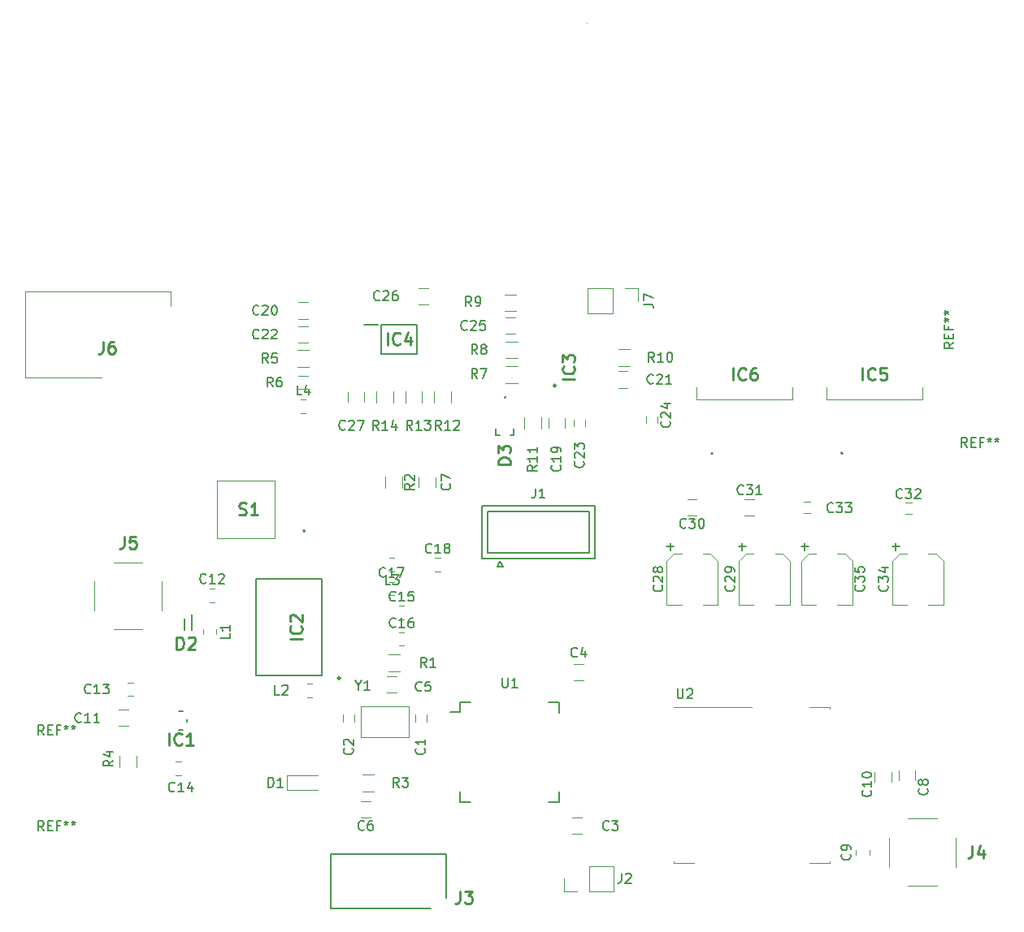
<source format=gbr>
G04 #@! TF.GenerationSoftware,KiCad,Pcbnew,(5.1.4)-1*
G04 #@! TF.CreationDate,2019-12-12T13:05:01+01:00*
G04 #@! TF.ProjectId,Schaltplan_embedded,53636861-6c74-4706-9c61-6e5f656d6265,rev?*
G04 #@! TF.SameCoordinates,Original*
G04 #@! TF.FileFunction,Legend,Top*
G04 #@! TF.FilePolarity,Positive*
%FSLAX46Y46*%
G04 Gerber Fmt 4.6, Leading zero omitted, Abs format (unit mm)*
G04 Created by KiCad (PCBNEW (5.1.4)-1) date 2019-12-12 13:05:01*
%MOMM*%
%LPD*%
G04 APERTURE LIST*
%ADD10C,0.120000*%
%ADD11C,0.150000*%
%ADD12C,0.200000*%
%ADD13C,0.100000*%
%ADD14C,0.254000*%
%ADD15C,0.152400*%
G04 APERTURE END LIST*
D10*
X152500000Y-18000000D02*
X152500000Y-18000000D01*
X129000000Y-89275000D02*
X134000000Y-89275000D01*
X134000000Y-89275000D02*
X134000000Y-92475000D01*
X129000000Y-89275000D02*
X129000000Y-92475000D01*
X129000000Y-92495000D02*
X134000000Y-92495000D01*
D11*
X141600000Y-68350000D02*
X141600000Y-73850000D01*
X141600000Y-73850000D02*
X153400000Y-73850000D01*
X153400000Y-73850000D02*
X153400000Y-68350000D01*
X153400000Y-68350000D02*
X141600000Y-68350000D01*
X142200000Y-68950000D02*
X142200000Y-73250000D01*
X142200000Y-73250000D02*
X152800000Y-73250000D01*
X152800000Y-73250000D02*
X152800000Y-68950000D01*
X152800000Y-68950000D02*
X142200000Y-68950000D01*
X143500000Y-74100000D02*
X143200000Y-74700000D01*
X143200000Y-74700000D02*
X143800000Y-74700000D01*
X143800000Y-74700000D02*
X143500000Y-74100000D01*
D10*
X128350000Y-90150000D02*
X128350000Y-90850000D01*
X127150000Y-90850000D02*
X127150000Y-90150000D01*
X109738748Y-96460000D02*
X110261252Y-96460000D01*
X109738748Y-95040000D02*
X110261252Y-95040000D01*
D12*
X123100000Y-71050000D02*
G75*
G03X123100000Y-70850000I0J100000D01*
G01*
X123100000Y-70850000D02*
G75*
G03X123100000Y-71050000I0J-100000D01*
G01*
X123100000Y-70850000D02*
X123100000Y-70850000D01*
X123100000Y-71050000D02*
X123100000Y-71050000D01*
D13*
X120000000Y-65750000D02*
X120000000Y-71750000D01*
X114000000Y-65750000D02*
X120000000Y-65750000D01*
X114000000Y-71750000D02*
X114000000Y-65750000D01*
X120000000Y-71750000D02*
X114000000Y-71750000D01*
D11*
X139325000Y-88888442D02*
X139325000Y-89888442D01*
X149675000Y-88888442D02*
X149675000Y-89963442D01*
X149675000Y-99238442D02*
X149675000Y-98163442D01*
X139325000Y-99238442D02*
X139325000Y-98163442D01*
X139325000Y-88888442D02*
X140400000Y-88888442D01*
X139325000Y-99238442D02*
X140400000Y-99238442D01*
X149675000Y-99238442D02*
X148600000Y-99238442D01*
X149675000Y-88888442D02*
X148600000Y-88888442D01*
X139325000Y-89888442D02*
X138300000Y-89888442D01*
D10*
X136620000Y-57600000D02*
X136620000Y-56400000D01*
X138380000Y-56400000D02*
X138380000Y-57600000D01*
X174860000Y-74090000D02*
X174860000Y-78670000D01*
X175620000Y-73330000D02*
X174860000Y-74090000D01*
X180190000Y-74090000D02*
X179430000Y-73330000D01*
X180190000Y-78670000D02*
X180190000Y-74090000D01*
X179430000Y-73330000D02*
X178640000Y-73330000D01*
X175620000Y-73330000D02*
X176410000Y-73330000D01*
X174860000Y-78670000D02*
X176410000Y-78670000D01*
X180190000Y-78670000D02*
X178640000Y-78670000D01*
X170000000Y-67650000D02*
X169000000Y-67650000D01*
X169000000Y-69350000D02*
X170000000Y-69350000D01*
X166190000Y-78670000D02*
X164640000Y-78670000D01*
X160860000Y-78670000D02*
X162410000Y-78670000D01*
X161620000Y-73330000D02*
X162410000Y-73330000D01*
X165430000Y-73330000D02*
X164640000Y-73330000D01*
X166190000Y-78670000D02*
X166190000Y-74090000D01*
X166190000Y-74090000D02*
X165430000Y-73330000D01*
X161620000Y-73330000D02*
X160860000Y-74090000D01*
X160860000Y-74090000D02*
X160860000Y-78670000D01*
X175850000Y-69100000D02*
X175150000Y-69100000D01*
X175150000Y-67900000D02*
X175850000Y-67900000D01*
X173690000Y-78670000D02*
X172140000Y-78670000D01*
X168360000Y-78670000D02*
X169910000Y-78670000D01*
X169120000Y-73330000D02*
X169910000Y-73330000D01*
X172930000Y-73330000D02*
X172140000Y-73330000D01*
X173690000Y-78670000D02*
X173690000Y-74090000D01*
X173690000Y-74090000D02*
X172930000Y-73330000D01*
X169120000Y-73330000D02*
X168360000Y-74090000D01*
X168360000Y-74090000D02*
X168360000Y-78670000D01*
X163000000Y-69350000D02*
X164000000Y-69350000D01*
X164000000Y-67650000D02*
X163000000Y-67650000D01*
D13*
X109200000Y-47500000D02*
X109200000Y-46000000D01*
X109200000Y-46000000D02*
X94000000Y-46000000D01*
X94000000Y-46000000D02*
X94000000Y-55000000D01*
X94000000Y-55000000D02*
X102000000Y-55000000D01*
D12*
X136250000Y-110400000D02*
X125900000Y-110400000D01*
X125900000Y-110400000D02*
X125900000Y-104700000D01*
X125900000Y-104700000D02*
X137850000Y-104700000D01*
X137850000Y-104700000D02*
X137850000Y-109250000D01*
D13*
X161630000Y-89380000D02*
X169750000Y-89380000D01*
X175750000Y-105620000D02*
X177870000Y-105620000D01*
X177870000Y-105620000D02*
X177870000Y-105450000D01*
X161630000Y-105620000D02*
X163750000Y-105620000D01*
X161630000Y-105620000D02*
X161630000Y-105450000D01*
X175750000Y-89380000D02*
X177870000Y-89380000D01*
X177870000Y-89380000D02*
X177870000Y-89550000D01*
D10*
X185050000Y-96000000D02*
X185050000Y-97000000D01*
X186750000Y-97000000D02*
X186750000Y-96000000D01*
X105630000Y-94400000D02*
X105630000Y-95600000D01*
X103870000Y-95600000D02*
X103870000Y-94400000D01*
X132380000Y-56400000D02*
X132380000Y-57600000D01*
X130620000Y-57600000D02*
X130620000Y-56400000D01*
X133620000Y-57600000D02*
X133620000Y-56400000D01*
X135380000Y-56400000D02*
X135380000Y-57600000D01*
X147780000Y-59100000D02*
X147780000Y-60300000D01*
X146020000Y-60300000D02*
X146020000Y-59100000D01*
X155800000Y-52020000D02*
X157000000Y-52020000D01*
X157000000Y-53780000D02*
X155800000Y-53780000D01*
X145200000Y-48080000D02*
X144000000Y-48080000D01*
X144000000Y-46320000D02*
X145200000Y-46320000D01*
X145300000Y-52980000D02*
X144100000Y-52980000D01*
X144100000Y-51220000D02*
X145300000Y-51220000D01*
X145300000Y-55580000D02*
X144100000Y-55580000D01*
X144100000Y-53820000D02*
X145300000Y-53820000D01*
X123500000Y-56180000D02*
X122500000Y-56180000D01*
X122500000Y-54820000D02*
X123500000Y-54820000D01*
X122400000Y-52120000D02*
X123600000Y-52120000D01*
X123600000Y-53880000D02*
X122400000Y-53880000D01*
X130350000Y-98130000D02*
X129150000Y-98130000D01*
X129150000Y-96370000D02*
X130350000Y-96370000D01*
X131520000Y-66500000D02*
X131520000Y-65300000D01*
X133280000Y-65300000D02*
X133280000Y-66500000D01*
X131900000Y-83870000D02*
X133100000Y-83870000D01*
X133100000Y-85630000D02*
X131900000Y-85630000D01*
D13*
X101250000Y-79250000D02*
X101250000Y-76250000D01*
X106250000Y-81250000D02*
X103250000Y-81250000D01*
X106250000Y-74250000D02*
X103250000Y-74250000D01*
X108250000Y-79250000D02*
X108250000Y-76250000D01*
X191000000Y-103000000D02*
X191000000Y-106000000D01*
X186000000Y-101000000D02*
X189000000Y-101000000D01*
X186000000Y-108000000D02*
X189000000Y-108000000D01*
X184000000Y-103000000D02*
X184000000Y-106000000D01*
D14*
X126850000Y-86325000D02*
G75*
G03X126850000Y-86325000I-125000J0D01*
G01*
D12*
X124925000Y-75950000D02*
X124925000Y-86050000D01*
X118075000Y-75950000D02*
X124925000Y-75950000D01*
X118075000Y-86050000D02*
X118075000Y-75950000D01*
X124925000Y-86050000D02*
X118075000Y-86050000D01*
D15*
X110427800Y-89759400D02*
X110072200Y-89759400D01*
X110885000Y-90902400D02*
X110885000Y-90597600D01*
X110072200Y-91740600D02*
X110427800Y-91740600D01*
D12*
X129325000Y-49450000D02*
X130800000Y-49450000D01*
X131150000Y-52500000D02*
X131150000Y-49500000D01*
X134850000Y-52500000D02*
X131150000Y-52500000D01*
X134850000Y-49500000D02*
X134850000Y-52500000D01*
X131150000Y-49500000D02*
X134850000Y-49500000D01*
X165500000Y-62900000D02*
G75*
G03X165700000Y-62900000I100000J0D01*
G01*
X165700000Y-62900000D02*
G75*
G03X165500000Y-62900000I-100000J0D01*
G01*
X165700000Y-62900000D02*
X165700000Y-62900000D01*
X165500000Y-62900000D02*
X165500000Y-62900000D01*
D13*
X174000000Y-57250000D02*
X174000000Y-56000000D01*
X164000000Y-57250000D02*
X174000000Y-57250000D01*
X164000000Y-56000000D02*
X164000000Y-57250000D01*
D14*
X149325000Y-55825000D02*
G75*
G03X149325000Y-55825000I-125000J0D01*
G01*
D12*
X179000000Y-62900000D02*
G75*
G03X179200000Y-62900000I100000J0D01*
G01*
X179200000Y-62900000D02*
G75*
G03X179000000Y-62900000I-100000J0D01*
G01*
X179200000Y-62900000D02*
X179200000Y-62900000D01*
X179000000Y-62900000D02*
X179000000Y-62900000D01*
D13*
X187500000Y-57250000D02*
X187500000Y-56000000D01*
X177500000Y-57250000D02*
X187500000Y-57250000D01*
X177500000Y-56000000D02*
X177500000Y-57250000D01*
D14*
X144034000Y-57051000D02*
G75*
G03X144034000Y-57051000I-37000J0D01*
G01*
D12*
X144950000Y-60975000D02*
X144950000Y-60299000D01*
X144950000Y-60975000D02*
X144548000Y-60975000D01*
X143050000Y-60975000D02*
X143452000Y-60975000D01*
X143050000Y-60975000D02*
X143050000Y-60299000D01*
D10*
X124500000Y-98000000D02*
X121300000Y-98000000D01*
X121300000Y-96500000D02*
X124500000Y-96500000D01*
X121300000Y-96500000D02*
X121300000Y-98000000D01*
X103750000Y-91350000D02*
X104750000Y-91350000D01*
X104750000Y-89650000D02*
X103750000Y-89650000D01*
X182550000Y-96150000D02*
X182550000Y-97150000D01*
X184250000Y-97150000D02*
X184250000Y-96150000D01*
X129350000Y-57500000D02*
X129350000Y-56500000D01*
X127650000Y-56500000D02*
X127650000Y-57500000D01*
X135000000Y-47350000D02*
X136000000Y-47350000D01*
X136000000Y-45650000D02*
X135000000Y-45650000D01*
X144100000Y-50450000D02*
X145100000Y-50450000D01*
X145100000Y-48750000D02*
X144100000Y-48750000D01*
X158700000Y-59750000D02*
X158700000Y-59050000D01*
X159900000Y-59050000D02*
X159900000Y-59750000D01*
X152400000Y-59350000D02*
X152400000Y-60050000D01*
X151200000Y-60050000D02*
X151200000Y-59350000D01*
X122500000Y-51350000D02*
X123500000Y-51350000D01*
X123500000Y-49650000D02*
X122500000Y-49650000D01*
X156800000Y-54350000D02*
X155800000Y-54350000D01*
X155800000Y-56050000D02*
X156800000Y-56050000D01*
X123500000Y-47150000D02*
X122500000Y-47150000D01*
X122500000Y-48850000D02*
X123500000Y-48850000D01*
X150250000Y-60200000D02*
X150250000Y-59200000D01*
X148550000Y-59200000D02*
X148550000Y-60200000D01*
X189690000Y-78670000D02*
X188140000Y-78670000D01*
X184360000Y-78670000D02*
X185910000Y-78670000D01*
X185120000Y-73330000D02*
X185910000Y-73330000D01*
X188930000Y-73330000D02*
X188140000Y-73330000D01*
X189690000Y-78670000D02*
X189690000Y-74090000D01*
X189690000Y-74090000D02*
X188930000Y-73330000D01*
X185120000Y-73330000D02*
X184360000Y-74090000D01*
X184360000Y-74090000D02*
X184360000Y-78670000D01*
X186400000Y-69250000D02*
X185700000Y-69250000D01*
X185700000Y-68050000D02*
X186400000Y-68050000D01*
X135050000Y-65400000D02*
X135050000Y-66400000D01*
X136750000Y-66400000D02*
X136750000Y-65400000D01*
X129000000Y-100850000D02*
X130000000Y-100850000D01*
X130000000Y-99150000D02*
X129000000Y-99150000D01*
X131750000Y-87850000D02*
X132750000Y-87850000D01*
X132750000Y-86150000D02*
X131750000Y-86150000D01*
X151200000Y-86550000D02*
X152200000Y-86550000D01*
X152200000Y-84850000D02*
X151200000Y-84850000D01*
X152000000Y-100900000D02*
X151000000Y-100900000D01*
X151000000Y-102600000D02*
X152000000Y-102600000D01*
X135850000Y-90150000D02*
X135850000Y-90850000D01*
X134650000Y-90850000D02*
X134650000Y-90150000D01*
X150170000Y-108580000D02*
X150170000Y-107250000D01*
X151500000Y-108580000D02*
X150170000Y-108580000D01*
X152770000Y-108580000D02*
X152770000Y-105920000D01*
X152770000Y-105920000D02*
X155370000Y-105920000D01*
X152770000Y-108580000D02*
X155370000Y-108580000D01*
X155370000Y-108580000D02*
X155370000Y-105920000D01*
D12*
X111400000Y-79700000D02*
X111400000Y-81350000D01*
X110600000Y-80150000D02*
X110600000Y-81350000D01*
D10*
X157830000Y-45670000D02*
X157830000Y-47000000D01*
X156500000Y-45670000D02*
X157830000Y-45670000D01*
X155230000Y-45670000D02*
X155230000Y-48330000D01*
X155230000Y-48330000D02*
X152630000Y-48330000D01*
X155230000Y-45670000D02*
X152630000Y-45670000D01*
X152630000Y-45670000D02*
X152630000Y-48330000D01*
X105261252Y-88210000D02*
X104738748Y-88210000D01*
X105261252Y-86790000D02*
X104738748Y-86790000D01*
X132988748Y-80210000D02*
X133511252Y-80210000D01*
X132988748Y-78790000D02*
X133511252Y-78790000D01*
X132988748Y-81540000D02*
X133511252Y-81540000D01*
X132988748Y-82960000D02*
X133511252Y-82960000D01*
X131938748Y-77710000D02*
X132461252Y-77710000D01*
X131938748Y-76290000D02*
X132461252Y-76290000D01*
X136738748Y-73790000D02*
X137261252Y-73790000D01*
X136738748Y-75210000D02*
X137261252Y-75210000D01*
X113761252Y-78460000D02*
X113238748Y-78460000D01*
X113761252Y-77040000D02*
X113238748Y-77040000D01*
X180540000Y-104761252D02*
X180540000Y-104238748D01*
X181960000Y-104761252D02*
X181960000Y-104238748D01*
X113960000Y-81238748D02*
X113960000Y-81761252D01*
X112540000Y-81238748D02*
X112540000Y-81761252D01*
X123961252Y-88310000D02*
X123438748Y-88310000D01*
X123961252Y-86890000D02*
X123438748Y-86890000D01*
X132511252Y-73790000D02*
X131988748Y-73790000D01*
X132511252Y-75210000D02*
X131988748Y-75210000D01*
X122738748Y-58710000D02*
X123261252Y-58710000D01*
X122738748Y-57290000D02*
X123261252Y-57290000D01*
D11*
X95966666Y-102252380D02*
X95633333Y-101776190D01*
X95395238Y-102252380D02*
X95395238Y-101252380D01*
X95776190Y-101252380D01*
X95871428Y-101300000D01*
X95919047Y-101347619D01*
X95966666Y-101442857D01*
X95966666Y-101585714D01*
X95919047Y-101680952D01*
X95871428Y-101728571D01*
X95776190Y-101776190D01*
X95395238Y-101776190D01*
X96395238Y-101728571D02*
X96728571Y-101728571D01*
X96871428Y-102252380D02*
X96395238Y-102252380D01*
X96395238Y-101252380D01*
X96871428Y-101252380D01*
X97633333Y-101728571D02*
X97300000Y-101728571D01*
X97300000Y-102252380D02*
X97300000Y-101252380D01*
X97776190Y-101252380D01*
X98300000Y-101252380D02*
X98300000Y-101490476D01*
X98061904Y-101395238D02*
X98300000Y-101490476D01*
X98538095Y-101395238D01*
X98157142Y-101680952D02*
X98300000Y-101490476D01*
X98442857Y-101680952D01*
X99061904Y-101252380D02*
X99061904Y-101490476D01*
X98823809Y-101395238D02*
X99061904Y-101490476D01*
X99300000Y-101395238D01*
X98919047Y-101680952D02*
X99061904Y-101490476D01*
X99204761Y-101680952D01*
X95966666Y-92252380D02*
X95633333Y-91776190D01*
X95395238Y-92252380D02*
X95395238Y-91252380D01*
X95776190Y-91252380D01*
X95871428Y-91300000D01*
X95919047Y-91347619D01*
X95966666Y-91442857D01*
X95966666Y-91585714D01*
X95919047Y-91680952D01*
X95871428Y-91728571D01*
X95776190Y-91776190D01*
X95395238Y-91776190D01*
X96395238Y-91728571D02*
X96728571Y-91728571D01*
X96871428Y-92252380D02*
X96395238Y-92252380D01*
X96395238Y-91252380D01*
X96871428Y-91252380D01*
X97633333Y-91728571D02*
X97300000Y-91728571D01*
X97300000Y-92252380D02*
X97300000Y-91252380D01*
X97776190Y-91252380D01*
X98300000Y-91252380D02*
X98300000Y-91490476D01*
X98061904Y-91395238D02*
X98300000Y-91490476D01*
X98538095Y-91395238D01*
X98157142Y-91680952D02*
X98300000Y-91490476D01*
X98442857Y-91680952D01*
X99061904Y-91252380D02*
X99061904Y-91490476D01*
X98823809Y-91395238D02*
X99061904Y-91490476D01*
X99300000Y-91395238D01*
X98919047Y-91680952D02*
X99061904Y-91490476D01*
X99204761Y-91680952D01*
X192166666Y-62252380D02*
X191833333Y-61776190D01*
X191595238Y-62252380D02*
X191595238Y-61252380D01*
X191976190Y-61252380D01*
X192071428Y-61300000D01*
X192119047Y-61347619D01*
X192166666Y-61442857D01*
X192166666Y-61585714D01*
X192119047Y-61680952D01*
X192071428Y-61728571D01*
X191976190Y-61776190D01*
X191595238Y-61776190D01*
X192595238Y-61728571D02*
X192928571Y-61728571D01*
X193071428Y-62252380D02*
X192595238Y-62252380D01*
X192595238Y-61252380D01*
X193071428Y-61252380D01*
X193833333Y-61728571D02*
X193500000Y-61728571D01*
X193500000Y-62252380D02*
X193500000Y-61252380D01*
X193976190Y-61252380D01*
X194500000Y-61252380D02*
X194500000Y-61490476D01*
X194261904Y-61395238D02*
X194500000Y-61490476D01*
X194738095Y-61395238D01*
X194357142Y-61680952D02*
X194500000Y-61490476D01*
X194642857Y-61680952D01*
X195261904Y-61252380D02*
X195261904Y-61490476D01*
X195023809Y-61395238D02*
X195261904Y-61490476D01*
X195500000Y-61395238D01*
X195119047Y-61680952D02*
X195261904Y-61490476D01*
X195404761Y-61680952D01*
X190752380Y-51333333D02*
X190276190Y-51666666D01*
X190752380Y-51904761D02*
X189752380Y-51904761D01*
X189752380Y-51523809D01*
X189800000Y-51428571D01*
X189847619Y-51380952D01*
X189942857Y-51333333D01*
X190085714Y-51333333D01*
X190180952Y-51380952D01*
X190228571Y-51428571D01*
X190276190Y-51523809D01*
X190276190Y-51904761D01*
X190228571Y-50904761D02*
X190228571Y-50571428D01*
X190752380Y-50428571D02*
X190752380Y-50904761D01*
X189752380Y-50904761D01*
X189752380Y-50428571D01*
X190228571Y-49666666D02*
X190228571Y-50000000D01*
X190752380Y-50000000D02*
X189752380Y-50000000D01*
X189752380Y-49523809D01*
X189752380Y-49000000D02*
X189990476Y-49000000D01*
X189895238Y-49238095D02*
X189990476Y-49000000D01*
X189895238Y-48761904D01*
X190180952Y-49142857D02*
X189990476Y-49000000D01*
X190180952Y-48857142D01*
X189752380Y-48238095D02*
X189990476Y-48238095D01*
X189895238Y-48476190D02*
X189990476Y-48238095D01*
X189895238Y-48000000D01*
X190180952Y-48380952D02*
X189990476Y-48238095D01*
X190180952Y-48095238D01*
X128748809Y-87101190D02*
X128748809Y-87577380D01*
X128415476Y-86577380D02*
X128748809Y-87101190D01*
X129082142Y-86577380D01*
X129939285Y-87577380D02*
X129367857Y-87577380D01*
X129653571Y-87577380D02*
X129653571Y-86577380D01*
X129558333Y-86720238D01*
X129463095Y-86815476D01*
X129367857Y-86863095D01*
X147166666Y-66552380D02*
X147166666Y-67266666D01*
X147119047Y-67409523D01*
X147023809Y-67504761D01*
X146880952Y-67552380D01*
X146785714Y-67552380D01*
X148166666Y-67552380D02*
X147595238Y-67552380D01*
X147880952Y-67552380D02*
X147880952Y-66552380D01*
X147785714Y-66695238D01*
X147690476Y-66790476D01*
X147595238Y-66838095D01*
X128107142Y-93666666D02*
X128154761Y-93714285D01*
X128202380Y-93857142D01*
X128202380Y-93952380D01*
X128154761Y-94095238D01*
X128059523Y-94190476D01*
X127964285Y-94238095D01*
X127773809Y-94285714D01*
X127630952Y-94285714D01*
X127440476Y-94238095D01*
X127345238Y-94190476D01*
X127250000Y-94095238D01*
X127202380Y-93952380D01*
X127202380Y-93857142D01*
X127250000Y-93714285D01*
X127297619Y-93666666D01*
X127297619Y-93285714D02*
X127250000Y-93238095D01*
X127202380Y-93142857D01*
X127202380Y-92904761D01*
X127250000Y-92809523D01*
X127297619Y-92761904D01*
X127392857Y-92714285D01*
X127488095Y-92714285D01*
X127630952Y-92761904D01*
X128202380Y-93333333D01*
X128202380Y-92714285D01*
X109607142Y-98107142D02*
X109559523Y-98154761D01*
X109416666Y-98202380D01*
X109321428Y-98202380D01*
X109178571Y-98154761D01*
X109083333Y-98059523D01*
X109035714Y-97964285D01*
X108988095Y-97773809D01*
X108988095Y-97630952D01*
X109035714Y-97440476D01*
X109083333Y-97345238D01*
X109178571Y-97250000D01*
X109321428Y-97202380D01*
X109416666Y-97202380D01*
X109559523Y-97250000D01*
X109607142Y-97297619D01*
X110559523Y-98202380D02*
X109988095Y-98202380D01*
X110273809Y-98202380D02*
X110273809Y-97202380D01*
X110178571Y-97345238D01*
X110083333Y-97440476D01*
X109988095Y-97488095D01*
X111416666Y-97535714D02*
X111416666Y-98202380D01*
X111178571Y-97154761D02*
X110940476Y-97869047D01*
X111559523Y-97869047D01*
D14*
X116332380Y-69264047D02*
X116513809Y-69324523D01*
X116816190Y-69324523D01*
X116937142Y-69264047D01*
X116997619Y-69203571D01*
X117058095Y-69082619D01*
X117058095Y-68961666D01*
X116997619Y-68840714D01*
X116937142Y-68780238D01*
X116816190Y-68719761D01*
X116574285Y-68659285D01*
X116453333Y-68598809D01*
X116392857Y-68538333D01*
X116332380Y-68417380D01*
X116332380Y-68296428D01*
X116392857Y-68175476D01*
X116453333Y-68115000D01*
X116574285Y-68054523D01*
X116876666Y-68054523D01*
X117058095Y-68115000D01*
X118267619Y-69324523D02*
X117541904Y-69324523D01*
X117904761Y-69324523D02*
X117904761Y-68054523D01*
X117783809Y-68235952D01*
X117662857Y-68356904D01*
X117541904Y-68417380D01*
D11*
X143738095Y-86315822D02*
X143738095Y-87125346D01*
X143785714Y-87220584D01*
X143833333Y-87268203D01*
X143928571Y-87315822D01*
X144119047Y-87315822D01*
X144214285Y-87268203D01*
X144261904Y-87220584D01*
X144309523Y-87125346D01*
X144309523Y-86315822D01*
X145309523Y-87315822D02*
X144738095Y-87315822D01*
X145023809Y-87315822D02*
X145023809Y-86315822D01*
X144928571Y-86458680D01*
X144833333Y-86553918D01*
X144738095Y-86601537D01*
X137357142Y-60452380D02*
X137023809Y-59976190D01*
X136785714Y-60452380D02*
X136785714Y-59452380D01*
X137166666Y-59452380D01*
X137261904Y-59500000D01*
X137309523Y-59547619D01*
X137357142Y-59642857D01*
X137357142Y-59785714D01*
X137309523Y-59880952D01*
X137261904Y-59928571D01*
X137166666Y-59976190D01*
X136785714Y-59976190D01*
X138309523Y-60452380D02*
X137738095Y-60452380D01*
X138023809Y-60452380D02*
X138023809Y-59452380D01*
X137928571Y-59595238D01*
X137833333Y-59690476D01*
X137738095Y-59738095D01*
X138690476Y-59547619D02*
X138738095Y-59500000D01*
X138833333Y-59452380D01*
X139071428Y-59452380D01*
X139166666Y-59500000D01*
X139214285Y-59547619D01*
X139261904Y-59642857D01*
X139261904Y-59738095D01*
X139214285Y-59880952D01*
X138642857Y-60452380D01*
X139261904Y-60452380D01*
X181357142Y-76642857D02*
X181404761Y-76690476D01*
X181452380Y-76833333D01*
X181452380Y-76928571D01*
X181404761Y-77071428D01*
X181309523Y-77166666D01*
X181214285Y-77214285D01*
X181023809Y-77261904D01*
X180880952Y-77261904D01*
X180690476Y-77214285D01*
X180595238Y-77166666D01*
X180500000Y-77071428D01*
X180452380Y-76928571D01*
X180452380Y-76833333D01*
X180500000Y-76690476D01*
X180547619Y-76642857D01*
X180452380Y-76309523D02*
X180452380Y-75690476D01*
X180833333Y-76023809D01*
X180833333Y-75880952D01*
X180880952Y-75785714D01*
X180928571Y-75738095D01*
X181023809Y-75690476D01*
X181261904Y-75690476D01*
X181357142Y-75738095D01*
X181404761Y-75785714D01*
X181452380Y-75880952D01*
X181452380Y-76166666D01*
X181404761Y-76261904D01*
X181357142Y-76309523D01*
X180452380Y-74785714D02*
X180452380Y-75261904D01*
X180928571Y-75309523D01*
X180880952Y-75261904D01*
X180833333Y-75166666D01*
X180833333Y-74928571D01*
X180880952Y-74833333D01*
X180928571Y-74785714D01*
X181023809Y-74738095D01*
X181261904Y-74738095D01*
X181357142Y-74785714D01*
X181404761Y-74833333D01*
X181452380Y-74928571D01*
X181452380Y-75166666D01*
X181404761Y-75261904D01*
X181357142Y-75309523D01*
X175231428Y-73000952D02*
X175231428Y-72239047D01*
X175612380Y-72620000D02*
X174850476Y-72620000D01*
X168857142Y-67107142D02*
X168809523Y-67154761D01*
X168666666Y-67202380D01*
X168571428Y-67202380D01*
X168428571Y-67154761D01*
X168333333Y-67059523D01*
X168285714Y-66964285D01*
X168238095Y-66773809D01*
X168238095Y-66630952D01*
X168285714Y-66440476D01*
X168333333Y-66345238D01*
X168428571Y-66250000D01*
X168571428Y-66202380D01*
X168666666Y-66202380D01*
X168809523Y-66250000D01*
X168857142Y-66297619D01*
X169190476Y-66202380D02*
X169809523Y-66202380D01*
X169476190Y-66583333D01*
X169619047Y-66583333D01*
X169714285Y-66630952D01*
X169761904Y-66678571D01*
X169809523Y-66773809D01*
X169809523Y-67011904D01*
X169761904Y-67107142D01*
X169714285Y-67154761D01*
X169619047Y-67202380D01*
X169333333Y-67202380D01*
X169238095Y-67154761D01*
X169190476Y-67107142D01*
X170761904Y-67202380D02*
X170190476Y-67202380D01*
X170476190Y-67202380D02*
X170476190Y-66202380D01*
X170380952Y-66345238D01*
X170285714Y-66440476D01*
X170190476Y-66488095D01*
X160357142Y-76642857D02*
X160404761Y-76690476D01*
X160452380Y-76833333D01*
X160452380Y-76928571D01*
X160404761Y-77071428D01*
X160309523Y-77166666D01*
X160214285Y-77214285D01*
X160023809Y-77261904D01*
X159880952Y-77261904D01*
X159690476Y-77214285D01*
X159595238Y-77166666D01*
X159500000Y-77071428D01*
X159452380Y-76928571D01*
X159452380Y-76833333D01*
X159500000Y-76690476D01*
X159547619Y-76642857D01*
X159547619Y-76261904D02*
X159500000Y-76214285D01*
X159452380Y-76119047D01*
X159452380Y-75880952D01*
X159500000Y-75785714D01*
X159547619Y-75738095D01*
X159642857Y-75690476D01*
X159738095Y-75690476D01*
X159880952Y-75738095D01*
X160452380Y-76309523D01*
X160452380Y-75690476D01*
X159880952Y-75119047D02*
X159833333Y-75214285D01*
X159785714Y-75261904D01*
X159690476Y-75309523D01*
X159642857Y-75309523D01*
X159547619Y-75261904D01*
X159500000Y-75214285D01*
X159452380Y-75119047D01*
X159452380Y-74928571D01*
X159500000Y-74833333D01*
X159547619Y-74785714D01*
X159642857Y-74738095D01*
X159690476Y-74738095D01*
X159785714Y-74785714D01*
X159833333Y-74833333D01*
X159880952Y-74928571D01*
X159880952Y-75119047D01*
X159928571Y-75214285D01*
X159976190Y-75261904D01*
X160071428Y-75309523D01*
X160261904Y-75309523D01*
X160357142Y-75261904D01*
X160404761Y-75214285D01*
X160452380Y-75119047D01*
X160452380Y-74928571D01*
X160404761Y-74833333D01*
X160357142Y-74785714D01*
X160261904Y-74738095D01*
X160071428Y-74738095D01*
X159976190Y-74785714D01*
X159928571Y-74833333D01*
X159880952Y-74928571D01*
X161231428Y-73000952D02*
X161231428Y-72239047D01*
X161612380Y-72620000D02*
X160850476Y-72620000D01*
X178207142Y-68957142D02*
X178159523Y-69004761D01*
X178016666Y-69052380D01*
X177921428Y-69052380D01*
X177778571Y-69004761D01*
X177683333Y-68909523D01*
X177635714Y-68814285D01*
X177588095Y-68623809D01*
X177588095Y-68480952D01*
X177635714Y-68290476D01*
X177683333Y-68195238D01*
X177778571Y-68100000D01*
X177921428Y-68052380D01*
X178016666Y-68052380D01*
X178159523Y-68100000D01*
X178207142Y-68147619D01*
X178540476Y-68052380D02*
X179159523Y-68052380D01*
X178826190Y-68433333D01*
X178969047Y-68433333D01*
X179064285Y-68480952D01*
X179111904Y-68528571D01*
X179159523Y-68623809D01*
X179159523Y-68861904D01*
X179111904Y-68957142D01*
X179064285Y-69004761D01*
X178969047Y-69052380D01*
X178683333Y-69052380D01*
X178588095Y-69004761D01*
X178540476Y-68957142D01*
X179492857Y-68052380D02*
X180111904Y-68052380D01*
X179778571Y-68433333D01*
X179921428Y-68433333D01*
X180016666Y-68480952D01*
X180064285Y-68528571D01*
X180111904Y-68623809D01*
X180111904Y-68861904D01*
X180064285Y-68957142D01*
X180016666Y-69004761D01*
X179921428Y-69052380D01*
X179635714Y-69052380D01*
X179540476Y-69004761D01*
X179492857Y-68957142D01*
X167857142Y-76642857D02*
X167904761Y-76690476D01*
X167952380Y-76833333D01*
X167952380Y-76928571D01*
X167904761Y-77071428D01*
X167809523Y-77166666D01*
X167714285Y-77214285D01*
X167523809Y-77261904D01*
X167380952Y-77261904D01*
X167190476Y-77214285D01*
X167095238Y-77166666D01*
X167000000Y-77071428D01*
X166952380Y-76928571D01*
X166952380Y-76833333D01*
X167000000Y-76690476D01*
X167047619Y-76642857D01*
X167047619Y-76261904D02*
X167000000Y-76214285D01*
X166952380Y-76119047D01*
X166952380Y-75880952D01*
X167000000Y-75785714D01*
X167047619Y-75738095D01*
X167142857Y-75690476D01*
X167238095Y-75690476D01*
X167380952Y-75738095D01*
X167952380Y-76309523D01*
X167952380Y-75690476D01*
X167952380Y-75214285D02*
X167952380Y-75023809D01*
X167904761Y-74928571D01*
X167857142Y-74880952D01*
X167714285Y-74785714D01*
X167523809Y-74738095D01*
X167142857Y-74738095D01*
X167047619Y-74785714D01*
X167000000Y-74833333D01*
X166952380Y-74928571D01*
X166952380Y-75119047D01*
X167000000Y-75214285D01*
X167047619Y-75261904D01*
X167142857Y-75309523D01*
X167380952Y-75309523D01*
X167476190Y-75261904D01*
X167523809Y-75214285D01*
X167571428Y-75119047D01*
X167571428Y-74928571D01*
X167523809Y-74833333D01*
X167476190Y-74785714D01*
X167380952Y-74738095D01*
X168731428Y-73000952D02*
X168731428Y-72239047D01*
X169112380Y-72620000D02*
X168350476Y-72620000D01*
X162857142Y-70607142D02*
X162809523Y-70654761D01*
X162666666Y-70702380D01*
X162571428Y-70702380D01*
X162428571Y-70654761D01*
X162333333Y-70559523D01*
X162285714Y-70464285D01*
X162238095Y-70273809D01*
X162238095Y-70130952D01*
X162285714Y-69940476D01*
X162333333Y-69845238D01*
X162428571Y-69750000D01*
X162571428Y-69702380D01*
X162666666Y-69702380D01*
X162809523Y-69750000D01*
X162857142Y-69797619D01*
X163190476Y-69702380D02*
X163809523Y-69702380D01*
X163476190Y-70083333D01*
X163619047Y-70083333D01*
X163714285Y-70130952D01*
X163761904Y-70178571D01*
X163809523Y-70273809D01*
X163809523Y-70511904D01*
X163761904Y-70607142D01*
X163714285Y-70654761D01*
X163619047Y-70702380D01*
X163333333Y-70702380D01*
X163238095Y-70654761D01*
X163190476Y-70607142D01*
X164428571Y-69702380D02*
X164523809Y-69702380D01*
X164619047Y-69750000D01*
X164666666Y-69797619D01*
X164714285Y-69892857D01*
X164761904Y-70083333D01*
X164761904Y-70321428D01*
X164714285Y-70511904D01*
X164666666Y-70607142D01*
X164619047Y-70654761D01*
X164523809Y-70702380D01*
X164428571Y-70702380D01*
X164333333Y-70654761D01*
X164285714Y-70607142D01*
X164238095Y-70511904D01*
X164190476Y-70321428D01*
X164190476Y-70083333D01*
X164238095Y-69892857D01*
X164285714Y-69797619D01*
X164333333Y-69750000D01*
X164428571Y-69702380D01*
D14*
X102151666Y-51229523D02*
X102151666Y-52136666D01*
X102091190Y-52318095D01*
X101970238Y-52439047D01*
X101788809Y-52499523D01*
X101667857Y-52499523D01*
X103300714Y-51229523D02*
X103058809Y-51229523D01*
X102937857Y-51290000D01*
X102877380Y-51350476D01*
X102756428Y-51531904D01*
X102695952Y-51773809D01*
X102695952Y-52257619D01*
X102756428Y-52378571D01*
X102816904Y-52439047D01*
X102937857Y-52499523D01*
X103179761Y-52499523D01*
X103300714Y-52439047D01*
X103361190Y-52378571D01*
X103421666Y-52257619D01*
X103421666Y-51955238D01*
X103361190Y-51834285D01*
X103300714Y-51773809D01*
X103179761Y-51713333D01*
X102937857Y-51713333D01*
X102816904Y-51773809D01*
X102756428Y-51834285D01*
X102695952Y-51955238D01*
X139326666Y-108554523D02*
X139326666Y-109461666D01*
X139266190Y-109643095D01*
X139145238Y-109764047D01*
X138963809Y-109824523D01*
X138842857Y-109824523D01*
X139810476Y-108554523D02*
X140596666Y-108554523D01*
X140173333Y-109038333D01*
X140354761Y-109038333D01*
X140475714Y-109098809D01*
X140536190Y-109159285D01*
X140596666Y-109280238D01*
X140596666Y-109582619D01*
X140536190Y-109703571D01*
X140475714Y-109764047D01*
X140354761Y-109824523D01*
X139991904Y-109824523D01*
X139870952Y-109764047D01*
X139810476Y-109703571D01*
D11*
X161988095Y-87452380D02*
X161988095Y-88261904D01*
X162035714Y-88357142D01*
X162083333Y-88404761D01*
X162178571Y-88452380D01*
X162369047Y-88452380D01*
X162464285Y-88404761D01*
X162511904Y-88357142D01*
X162559523Y-88261904D01*
X162559523Y-87452380D01*
X162988095Y-87547619D02*
X163035714Y-87500000D01*
X163130952Y-87452380D01*
X163369047Y-87452380D01*
X163464285Y-87500000D01*
X163511904Y-87547619D01*
X163559523Y-87642857D01*
X163559523Y-87738095D01*
X163511904Y-87880952D01*
X162940476Y-88452380D01*
X163559523Y-88452380D01*
X188007142Y-97866666D02*
X188054761Y-97914285D01*
X188102380Y-98057142D01*
X188102380Y-98152380D01*
X188054761Y-98295238D01*
X187959523Y-98390476D01*
X187864285Y-98438095D01*
X187673809Y-98485714D01*
X187530952Y-98485714D01*
X187340476Y-98438095D01*
X187245238Y-98390476D01*
X187150000Y-98295238D01*
X187102380Y-98152380D01*
X187102380Y-98057142D01*
X187150000Y-97914285D01*
X187197619Y-97866666D01*
X187530952Y-97295238D02*
X187483333Y-97390476D01*
X187435714Y-97438095D01*
X187340476Y-97485714D01*
X187292857Y-97485714D01*
X187197619Y-97438095D01*
X187150000Y-97390476D01*
X187102380Y-97295238D01*
X187102380Y-97104761D01*
X187150000Y-97009523D01*
X187197619Y-96961904D01*
X187292857Y-96914285D01*
X187340476Y-96914285D01*
X187435714Y-96961904D01*
X187483333Y-97009523D01*
X187530952Y-97104761D01*
X187530952Y-97295238D01*
X187578571Y-97390476D01*
X187626190Y-97438095D01*
X187721428Y-97485714D01*
X187911904Y-97485714D01*
X188007142Y-97438095D01*
X188054761Y-97390476D01*
X188102380Y-97295238D01*
X188102380Y-97104761D01*
X188054761Y-97009523D01*
X188007142Y-96961904D01*
X187911904Y-96914285D01*
X187721428Y-96914285D01*
X187626190Y-96961904D01*
X187578571Y-97009523D01*
X187530952Y-97104761D01*
X103202380Y-94916666D02*
X102726190Y-95250000D01*
X103202380Y-95488095D02*
X102202380Y-95488095D01*
X102202380Y-95107142D01*
X102250000Y-95011904D01*
X102297619Y-94964285D01*
X102392857Y-94916666D01*
X102535714Y-94916666D01*
X102630952Y-94964285D01*
X102678571Y-95011904D01*
X102726190Y-95107142D01*
X102726190Y-95488095D01*
X102535714Y-94059523D02*
X103202380Y-94059523D01*
X102154761Y-94297619D02*
X102869047Y-94535714D01*
X102869047Y-93916666D01*
X130857142Y-60452380D02*
X130523809Y-59976190D01*
X130285714Y-60452380D02*
X130285714Y-59452380D01*
X130666666Y-59452380D01*
X130761904Y-59500000D01*
X130809523Y-59547619D01*
X130857142Y-59642857D01*
X130857142Y-59785714D01*
X130809523Y-59880952D01*
X130761904Y-59928571D01*
X130666666Y-59976190D01*
X130285714Y-59976190D01*
X131809523Y-60452380D02*
X131238095Y-60452380D01*
X131523809Y-60452380D02*
X131523809Y-59452380D01*
X131428571Y-59595238D01*
X131333333Y-59690476D01*
X131238095Y-59738095D01*
X132666666Y-59785714D02*
X132666666Y-60452380D01*
X132428571Y-59404761D02*
X132190476Y-60119047D01*
X132809523Y-60119047D01*
X134357142Y-60452380D02*
X134023809Y-59976190D01*
X133785714Y-60452380D02*
X133785714Y-59452380D01*
X134166666Y-59452380D01*
X134261904Y-59500000D01*
X134309523Y-59547619D01*
X134357142Y-59642857D01*
X134357142Y-59785714D01*
X134309523Y-59880952D01*
X134261904Y-59928571D01*
X134166666Y-59976190D01*
X133785714Y-59976190D01*
X135309523Y-60452380D02*
X134738095Y-60452380D01*
X135023809Y-60452380D02*
X135023809Y-59452380D01*
X134928571Y-59595238D01*
X134833333Y-59690476D01*
X134738095Y-59738095D01*
X135642857Y-59452380D02*
X136261904Y-59452380D01*
X135928571Y-59833333D01*
X136071428Y-59833333D01*
X136166666Y-59880952D01*
X136214285Y-59928571D01*
X136261904Y-60023809D01*
X136261904Y-60261904D01*
X136214285Y-60357142D01*
X136166666Y-60404761D01*
X136071428Y-60452380D01*
X135785714Y-60452380D01*
X135690476Y-60404761D01*
X135642857Y-60357142D01*
X147352380Y-64142857D02*
X146876190Y-64476190D01*
X147352380Y-64714285D02*
X146352380Y-64714285D01*
X146352380Y-64333333D01*
X146400000Y-64238095D01*
X146447619Y-64190476D01*
X146542857Y-64142857D01*
X146685714Y-64142857D01*
X146780952Y-64190476D01*
X146828571Y-64238095D01*
X146876190Y-64333333D01*
X146876190Y-64714285D01*
X147352380Y-63190476D02*
X147352380Y-63761904D01*
X147352380Y-63476190D02*
X146352380Y-63476190D01*
X146495238Y-63571428D01*
X146590476Y-63666666D01*
X146638095Y-63761904D01*
X147352380Y-62238095D02*
X147352380Y-62809523D01*
X147352380Y-62523809D02*
X146352380Y-62523809D01*
X146495238Y-62619047D01*
X146590476Y-62714285D01*
X146638095Y-62809523D01*
X159557142Y-53352380D02*
X159223809Y-52876190D01*
X158985714Y-53352380D02*
X158985714Y-52352380D01*
X159366666Y-52352380D01*
X159461904Y-52400000D01*
X159509523Y-52447619D01*
X159557142Y-52542857D01*
X159557142Y-52685714D01*
X159509523Y-52780952D01*
X159461904Y-52828571D01*
X159366666Y-52876190D01*
X158985714Y-52876190D01*
X160509523Y-53352380D02*
X159938095Y-53352380D01*
X160223809Y-53352380D02*
X160223809Y-52352380D01*
X160128571Y-52495238D01*
X160033333Y-52590476D01*
X159938095Y-52638095D01*
X161128571Y-52352380D02*
X161223809Y-52352380D01*
X161319047Y-52400000D01*
X161366666Y-52447619D01*
X161414285Y-52542857D01*
X161461904Y-52733333D01*
X161461904Y-52971428D01*
X161414285Y-53161904D01*
X161366666Y-53257142D01*
X161319047Y-53304761D01*
X161223809Y-53352380D01*
X161128571Y-53352380D01*
X161033333Y-53304761D01*
X160985714Y-53257142D01*
X160938095Y-53161904D01*
X160890476Y-52971428D01*
X160890476Y-52733333D01*
X160938095Y-52542857D01*
X160985714Y-52447619D01*
X161033333Y-52400000D01*
X161128571Y-52352380D01*
X140533333Y-47552380D02*
X140200000Y-47076190D01*
X139961904Y-47552380D02*
X139961904Y-46552380D01*
X140342857Y-46552380D01*
X140438095Y-46600000D01*
X140485714Y-46647619D01*
X140533333Y-46742857D01*
X140533333Y-46885714D01*
X140485714Y-46980952D01*
X140438095Y-47028571D01*
X140342857Y-47076190D01*
X139961904Y-47076190D01*
X141009523Y-47552380D02*
X141200000Y-47552380D01*
X141295238Y-47504761D01*
X141342857Y-47457142D01*
X141438095Y-47314285D01*
X141485714Y-47123809D01*
X141485714Y-46742857D01*
X141438095Y-46647619D01*
X141390476Y-46600000D01*
X141295238Y-46552380D01*
X141104761Y-46552380D01*
X141009523Y-46600000D01*
X140961904Y-46647619D01*
X140914285Y-46742857D01*
X140914285Y-46980952D01*
X140961904Y-47076190D01*
X141009523Y-47123809D01*
X141104761Y-47171428D01*
X141295238Y-47171428D01*
X141390476Y-47123809D01*
X141438095Y-47076190D01*
X141485714Y-46980952D01*
X141133333Y-52552380D02*
X140800000Y-52076190D01*
X140561904Y-52552380D02*
X140561904Y-51552380D01*
X140942857Y-51552380D01*
X141038095Y-51600000D01*
X141085714Y-51647619D01*
X141133333Y-51742857D01*
X141133333Y-51885714D01*
X141085714Y-51980952D01*
X141038095Y-52028571D01*
X140942857Y-52076190D01*
X140561904Y-52076190D01*
X141704761Y-51980952D02*
X141609523Y-51933333D01*
X141561904Y-51885714D01*
X141514285Y-51790476D01*
X141514285Y-51742857D01*
X141561904Y-51647619D01*
X141609523Y-51600000D01*
X141704761Y-51552380D01*
X141895238Y-51552380D01*
X141990476Y-51600000D01*
X142038095Y-51647619D01*
X142085714Y-51742857D01*
X142085714Y-51790476D01*
X142038095Y-51885714D01*
X141990476Y-51933333D01*
X141895238Y-51980952D01*
X141704761Y-51980952D01*
X141609523Y-52028571D01*
X141561904Y-52076190D01*
X141514285Y-52171428D01*
X141514285Y-52361904D01*
X141561904Y-52457142D01*
X141609523Y-52504761D01*
X141704761Y-52552380D01*
X141895238Y-52552380D01*
X141990476Y-52504761D01*
X142038095Y-52457142D01*
X142085714Y-52361904D01*
X142085714Y-52171428D01*
X142038095Y-52076190D01*
X141990476Y-52028571D01*
X141895238Y-51980952D01*
X141133333Y-55052380D02*
X140800000Y-54576190D01*
X140561904Y-55052380D02*
X140561904Y-54052380D01*
X140942857Y-54052380D01*
X141038095Y-54100000D01*
X141085714Y-54147619D01*
X141133333Y-54242857D01*
X141133333Y-54385714D01*
X141085714Y-54480952D01*
X141038095Y-54528571D01*
X140942857Y-54576190D01*
X140561904Y-54576190D01*
X141466666Y-54052380D02*
X142133333Y-54052380D01*
X141704761Y-55052380D01*
X119833333Y-55952380D02*
X119500000Y-55476190D01*
X119261904Y-55952380D02*
X119261904Y-54952380D01*
X119642857Y-54952380D01*
X119738095Y-55000000D01*
X119785714Y-55047619D01*
X119833333Y-55142857D01*
X119833333Y-55285714D01*
X119785714Y-55380952D01*
X119738095Y-55428571D01*
X119642857Y-55476190D01*
X119261904Y-55476190D01*
X120690476Y-54952380D02*
X120500000Y-54952380D01*
X120404761Y-55000000D01*
X120357142Y-55047619D01*
X120261904Y-55190476D01*
X120214285Y-55380952D01*
X120214285Y-55761904D01*
X120261904Y-55857142D01*
X120309523Y-55904761D01*
X120404761Y-55952380D01*
X120595238Y-55952380D01*
X120690476Y-55904761D01*
X120738095Y-55857142D01*
X120785714Y-55761904D01*
X120785714Y-55523809D01*
X120738095Y-55428571D01*
X120690476Y-55380952D01*
X120595238Y-55333333D01*
X120404761Y-55333333D01*
X120309523Y-55380952D01*
X120261904Y-55428571D01*
X120214285Y-55523809D01*
X119333333Y-53452380D02*
X119000000Y-52976190D01*
X118761904Y-53452380D02*
X118761904Y-52452380D01*
X119142857Y-52452380D01*
X119238095Y-52500000D01*
X119285714Y-52547619D01*
X119333333Y-52642857D01*
X119333333Y-52785714D01*
X119285714Y-52880952D01*
X119238095Y-52928571D01*
X119142857Y-52976190D01*
X118761904Y-52976190D01*
X120238095Y-52452380D02*
X119761904Y-52452380D01*
X119714285Y-52928571D01*
X119761904Y-52880952D01*
X119857142Y-52833333D01*
X120095238Y-52833333D01*
X120190476Y-52880952D01*
X120238095Y-52928571D01*
X120285714Y-53023809D01*
X120285714Y-53261904D01*
X120238095Y-53357142D01*
X120190476Y-53404761D01*
X120095238Y-53452380D01*
X119857142Y-53452380D01*
X119761904Y-53404761D01*
X119714285Y-53357142D01*
X132983333Y-97702380D02*
X132650000Y-97226190D01*
X132411904Y-97702380D02*
X132411904Y-96702380D01*
X132792857Y-96702380D01*
X132888095Y-96750000D01*
X132935714Y-96797619D01*
X132983333Y-96892857D01*
X132983333Y-97035714D01*
X132935714Y-97130952D01*
X132888095Y-97178571D01*
X132792857Y-97226190D01*
X132411904Y-97226190D01*
X133316666Y-96702380D02*
X133935714Y-96702380D01*
X133602380Y-97083333D01*
X133745238Y-97083333D01*
X133840476Y-97130952D01*
X133888095Y-97178571D01*
X133935714Y-97273809D01*
X133935714Y-97511904D01*
X133888095Y-97607142D01*
X133840476Y-97654761D01*
X133745238Y-97702380D01*
X133459523Y-97702380D01*
X133364285Y-97654761D01*
X133316666Y-97607142D01*
X134552380Y-66066666D02*
X134076190Y-66400000D01*
X134552380Y-66638095D02*
X133552380Y-66638095D01*
X133552380Y-66257142D01*
X133600000Y-66161904D01*
X133647619Y-66114285D01*
X133742857Y-66066666D01*
X133885714Y-66066666D01*
X133980952Y-66114285D01*
X134028571Y-66161904D01*
X134076190Y-66257142D01*
X134076190Y-66638095D01*
X133647619Y-65685714D02*
X133600000Y-65638095D01*
X133552380Y-65542857D01*
X133552380Y-65304761D01*
X133600000Y-65209523D01*
X133647619Y-65161904D01*
X133742857Y-65114285D01*
X133838095Y-65114285D01*
X133980952Y-65161904D01*
X134552380Y-65733333D01*
X134552380Y-65114285D01*
X135833333Y-85202380D02*
X135500000Y-84726190D01*
X135261904Y-85202380D02*
X135261904Y-84202380D01*
X135642857Y-84202380D01*
X135738095Y-84250000D01*
X135785714Y-84297619D01*
X135833333Y-84392857D01*
X135833333Y-84535714D01*
X135785714Y-84630952D01*
X135738095Y-84678571D01*
X135642857Y-84726190D01*
X135261904Y-84726190D01*
X136785714Y-85202380D02*
X136214285Y-85202380D01*
X136500000Y-85202380D02*
X136500000Y-84202380D01*
X136404761Y-84345238D01*
X136309523Y-84440476D01*
X136214285Y-84488095D01*
D14*
X104326666Y-71554523D02*
X104326666Y-72461666D01*
X104266190Y-72643095D01*
X104145238Y-72764047D01*
X103963809Y-72824523D01*
X103842857Y-72824523D01*
X105536190Y-71554523D02*
X104931428Y-71554523D01*
X104870952Y-72159285D01*
X104931428Y-72098809D01*
X105052380Y-72038333D01*
X105354761Y-72038333D01*
X105475714Y-72098809D01*
X105536190Y-72159285D01*
X105596666Y-72280238D01*
X105596666Y-72582619D01*
X105536190Y-72703571D01*
X105475714Y-72764047D01*
X105354761Y-72824523D01*
X105052380Y-72824523D01*
X104931428Y-72764047D01*
X104870952Y-72703571D01*
X192688666Y-103804523D02*
X192688666Y-104711666D01*
X192628190Y-104893095D01*
X192507238Y-105014047D01*
X192325809Y-105074523D01*
X192204857Y-105074523D01*
X193837714Y-104227857D02*
X193837714Y-105074523D01*
X193535333Y-103744047D02*
X193232952Y-104651190D01*
X194019142Y-104651190D01*
X122874523Y-82239761D02*
X121604523Y-82239761D01*
X122753571Y-80909285D02*
X122814047Y-80969761D01*
X122874523Y-81151190D01*
X122874523Y-81272142D01*
X122814047Y-81453571D01*
X122693095Y-81574523D01*
X122572142Y-81635000D01*
X122330238Y-81695476D01*
X122148809Y-81695476D01*
X121906904Y-81635000D01*
X121785952Y-81574523D01*
X121665000Y-81453571D01*
X121604523Y-81272142D01*
X121604523Y-81151190D01*
X121665000Y-80969761D01*
X121725476Y-80909285D01*
X121725476Y-80425476D02*
X121665000Y-80365000D01*
X121604523Y-80244047D01*
X121604523Y-79941666D01*
X121665000Y-79820714D01*
X121725476Y-79760238D01*
X121846428Y-79699761D01*
X121967380Y-79699761D01*
X122148809Y-79760238D01*
X122874523Y-80485952D01*
X122874523Y-79699761D01*
X109010238Y-93324523D02*
X109010238Y-92054523D01*
X110340714Y-93203571D02*
X110280238Y-93264047D01*
X110098809Y-93324523D01*
X109977857Y-93324523D01*
X109796428Y-93264047D01*
X109675476Y-93143095D01*
X109615000Y-93022142D01*
X109554523Y-92780238D01*
X109554523Y-92598809D01*
X109615000Y-92356904D01*
X109675476Y-92235952D01*
X109796428Y-92115000D01*
X109977857Y-92054523D01*
X110098809Y-92054523D01*
X110280238Y-92115000D01*
X110340714Y-92175476D01*
X111550238Y-93324523D02*
X110824523Y-93324523D01*
X111187380Y-93324523D02*
X111187380Y-92054523D01*
X111066428Y-92235952D01*
X110945476Y-92356904D01*
X110824523Y-92417380D01*
X131760238Y-51574523D02*
X131760238Y-50304523D01*
X133090714Y-51453571D02*
X133030238Y-51514047D01*
X132848809Y-51574523D01*
X132727857Y-51574523D01*
X132546428Y-51514047D01*
X132425476Y-51393095D01*
X132365000Y-51272142D01*
X132304523Y-51030238D01*
X132304523Y-50848809D01*
X132365000Y-50606904D01*
X132425476Y-50485952D01*
X132546428Y-50365000D01*
X132727857Y-50304523D01*
X132848809Y-50304523D01*
X133030238Y-50365000D01*
X133090714Y-50425476D01*
X134179285Y-50727857D02*
X134179285Y-51574523D01*
X133876904Y-50244047D02*
X133574523Y-51151190D01*
X134360714Y-51151190D01*
X167760238Y-55249523D02*
X167760238Y-53979523D01*
X169090714Y-55128571D02*
X169030238Y-55189047D01*
X168848809Y-55249523D01*
X168727857Y-55249523D01*
X168546428Y-55189047D01*
X168425476Y-55068095D01*
X168365000Y-54947142D01*
X168304523Y-54705238D01*
X168304523Y-54523809D01*
X168365000Y-54281904D01*
X168425476Y-54160952D01*
X168546428Y-54040000D01*
X168727857Y-53979523D01*
X168848809Y-53979523D01*
X169030238Y-54040000D01*
X169090714Y-54100476D01*
X170179285Y-53979523D02*
X169937380Y-53979523D01*
X169816428Y-54040000D01*
X169755952Y-54100476D01*
X169635000Y-54281904D01*
X169574523Y-54523809D01*
X169574523Y-55007619D01*
X169635000Y-55128571D01*
X169695476Y-55189047D01*
X169816428Y-55249523D01*
X170058333Y-55249523D01*
X170179285Y-55189047D01*
X170239761Y-55128571D01*
X170300238Y-55007619D01*
X170300238Y-54705238D01*
X170239761Y-54584285D01*
X170179285Y-54523809D01*
X170058333Y-54463333D01*
X169816428Y-54463333D01*
X169695476Y-54523809D01*
X169635000Y-54584285D01*
X169574523Y-54705238D01*
X151274523Y-55139761D02*
X150004523Y-55139761D01*
X151153571Y-53809285D02*
X151214047Y-53869761D01*
X151274523Y-54051190D01*
X151274523Y-54172142D01*
X151214047Y-54353571D01*
X151093095Y-54474523D01*
X150972142Y-54535000D01*
X150730238Y-54595476D01*
X150548809Y-54595476D01*
X150306904Y-54535000D01*
X150185952Y-54474523D01*
X150065000Y-54353571D01*
X150004523Y-54172142D01*
X150004523Y-54051190D01*
X150065000Y-53869761D01*
X150125476Y-53809285D01*
X150004523Y-53385952D02*
X150004523Y-52599761D01*
X150488333Y-53023095D01*
X150488333Y-52841666D01*
X150548809Y-52720714D01*
X150609285Y-52660238D01*
X150730238Y-52599761D01*
X151032619Y-52599761D01*
X151153571Y-52660238D01*
X151214047Y-52720714D01*
X151274523Y-52841666D01*
X151274523Y-53204523D01*
X151214047Y-53325476D01*
X151153571Y-53385952D01*
X181260238Y-55249523D02*
X181260238Y-53979523D01*
X182590714Y-55128571D02*
X182530238Y-55189047D01*
X182348809Y-55249523D01*
X182227857Y-55249523D01*
X182046428Y-55189047D01*
X181925476Y-55068095D01*
X181865000Y-54947142D01*
X181804523Y-54705238D01*
X181804523Y-54523809D01*
X181865000Y-54281904D01*
X181925476Y-54160952D01*
X182046428Y-54040000D01*
X182227857Y-53979523D01*
X182348809Y-53979523D01*
X182530238Y-54040000D01*
X182590714Y-54100476D01*
X183739761Y-53979523D02*
X183135000Y-53979523D01*
X183074523Y-54584285D01*
X183135000Y-54523809D01*
X183255952Y-54463333D01*
X183558333Y-54463333D01*
X183679285Y-54523809D01*
X183739761Y-54584285D01*
X183800238Y-54705238D01*
X183800238Y-55007619D01*
X183739761Y-55128571D01*
X183679285Y-55189047D01*
X183558333Y-55249523D01*
X183255952Y-55249523D01*
X183135000Y-55189047D01*
X183074523Y-55128571D01*
X144574523Y-64022380D02*
X143304523Y-64022380D01*
X143304523Y-63720000D01*
X143365000Y-63538571D01*
X143485952Y-63417619D01*
X143606904Y-63357142D01*
X143848809Y-63296666D01*
X144030238Y-63296666D01*
X144272142Y-63357142D01*
X144393095Y-63417619D01*
X144514047Y-63538571D01*
X144574523Y-63720000D01*
X144574523Y-64022380D01*
X143304523Y-62873333D02*
X143304523Y-62087142D01*
X143788333Y-62510476D01*
X143788333Y-62329047D01*
X143848809Y-62208095D01*
X143909285Y-62147619D01*
X144030238Y-62087142D01*
X144332619Y-62087142D01*
X144453571Y-62147619D01*
X144514047Y-62208095D01*
X144574523Y-62329047D01*
X144574523Y-62691904D01*
X144514047Y-62812857D01*
X144453571Y-62873333D01*
D11*
X119361904Y-97702380D02*
X119361904Y-96702380D01*
X119600000Y-96702380D01*
X119742857Y-96750000D01*
X119838095Y-96845238D01*
X119885714Y-96940476D01*
X119933333Y-97130952D01*
X119933333Y-97273809D01*
X119885714Y-97464285D01*
X119838095Y-97559523D01*
X119742857Y-97654761D01*
X119600000Y-97702380D01*
X119361904Y-97702380D01*
X120885714Y-97702380D02*
X120314285Y-97702380D01*
X120600000Y-97702380D02*
X120600000Y-96702380D01*
X120504761Y-96845238D01*
X120409523Y-96940476D01*
X120314285Y-96988095D01*
X99857142Y-90857142D02*
X99809523Y-90904761D01*
X99666666Y-90952380D01*
X99571428Y-90952380D01*
X99428571Y-90904761D01*
X99333333Y-90809523D01*
X99285714Y-90714285D01*
X99238095Y-90523809D01*
X99238095Y-90380952D01*
X99285714Y-90190476D01*
X99333333Y-90095238D01*
X99428571Y-90000000D01*
X99571428Y-89952380D01*
X99666666Y-89952380D01*
X99809523Y-90000000D01*
X99857142Y-90047619D01*
X100809523Y-90952380D02*
X100238095Y-90952380D01*
X100523809Y-90952380D02*
X100523809Y-89952380D01*
X100428571Y-90095238D01*
X100333333Y-90190476D01*
X100238095Y-90238095D01*
X101761904Y-90952380D02*
X101190476Y-90952380D01*
X101476190Y-90952380D02*
X101476190Y-89952380D01*
X101380952Y-90095238D01*
X101285714Y-90190476D01*
X101190476Y-90238095D01*
X182107142Y-98042857D02*
X182154761Y-98090476D01*
X182202380Y-98233333D01*
X182202380Y-98328571D01*
X182154761Y-98471428D01*
X182059523Y-98566666D01*
X181964285Y-98614285D01*
X181773809Y-98661904D01*
X181630952Y-98661904D01*
X181440476Y-98614285D01*
X181345238Y-98566666D01*
X181250000Y-98471428D01*
X181202380Y-98328571D01*
X181202380Y-98233333D01*
X181250000Y-98090476D01*
X181297619Y-98042857D01*
X182202380Y-97090476D02*
X182202380Y-97661904D01*
X182202380Y-97376190D02*
X181202380Y-97376190D01*
X181345238Y-97471428D01*
X181440476Y-97566666D01*
X181488095Y-97661904D01*
X181202380Y-96471428D02*
X181202380Y-96376190D01*
X181250000Y-96280952D01*
X181297619Y-96233333D01*
X181392857Y-96185714D01*
X181583333Y-96138095D01*
X181821428Y-96138095D01*
X182011904Y-96185714D01*
X182107142Y-96233333D01*
X182154761Y-96280952D01*
X182202380Y-96376190D01*
X182202380Y-96471428D01*
X182154761Y-96566666D01*
X182107142Y-96614285D01*
X182011904Y-96661904D01*
X181821428Y-96709523D01*
X181583333Y-96709523D01*
X181392857Y-96661904D01*
X181297619Y-96614285D01*
X181250000Y-96566666D01*
X181202380Y-96471428D01*
X127357142Y-60357142D02*
X127309523Y-60404761D01*
X127166666Y-60452380D01*
X127071428Y-60452380D01*
X126928571Y-60404761D01*
X126833333Y-60309523D01*
X126785714Y-60214285D01*
X126738095Y-60023809D01*
X126738095Y-59880952D01*
X126785714Y-59690476D01*
X126833333Y-59595238D01*
X126928571Y-59500000D01*
X127071428Y-59452380D01*
X127166666Y-59452380D01*
X127309523Y-59500000D01*
X127357142Y-59547619D01*
X127738095Y-59547619D02*
X127785714Y-59500000D01*
X127880952Y-59452380D01*
X128119047Y-59452380D01*
X128214285Y-59500000D01*
X128261904Y-59547619D01*
X128309523Y-59642857D01*
X128309523Y-59738095D01*
X128261904Y-59880952D01*
X127690476Y-60452380D01*
X128309523Y-60452380D01*
X128642857Y-59452380D02*
X129309523Y-59452380D01*
X128880952Y-60452380D01*
X130957142Y-46857142D02*
X130909523Y-46904761D01*
X130766666Y-46952380D01*
X130671428Y-46952380D01*
X130528571Y-46904761D01*
X130433333Y-46809523D01*
X130385714Y-46714285D01*
X130338095Y-46523809D01*
X130338095Y-46380952D01*
X130385714Y-46190476D01*
X130433333Y-46095238D01*
X130528571Y-46000000D01*
X130671428Y-45952380D01*
X130766666Y-45952380D01*
X130909523Y-46000000D01*
X130957142Y-46047619D01*
X131338095Y-46047619D02*
X131385714Y-46000000D01*
X131480952Y-45952380D01*
X131719047Y-45952380D01*
X131814285Y-46000000D01*
X131861904Y-46047619D01*
X131909523Y-46142857D01*
X131909523Y-46238095D01*
X131861904Y-46380952D01*
X131290476Y-46952380D01*
X131909523Y-46952380D01*
X132766666Y-45952380D02*
X132576190Y-45952380D01*
X132480952Y-46000000D01*
X132433333Y-46047619D01*
X132338095Y-46190476D01*
X132290476Y-46380952D01*
X132290476Y-46761904D01*
X132338095Y-46857142D01*
X132385714Y-46904761D01*
X132480952Y-46952380D01*
X132671428Y-46952380D01*
X132766666Y-46904761D01*
X132814285Y-46857142D01*
X132861904Y-46761904D01*
X132861904Y-46523809D01*
X132814285Y-46428571D01*
X132766666Y-46380952D01*
X132671428Y-46333333D01*
X132480952Y-46333333D01*
X132385714Y-46380952D01*
X132338095Y-46428571D01*
X132290476Y-46523809D01*
X140057142Y-49957142D02*
X140009523Y-50004761D01*
X139866666Y-50052380D01*
X139771428Y-50052380D01*
X139628571Y-50004761D01*
X139533333Y-49909523D01*
X139485714Y-49814285D01*
X139438095Y-49623809D01*
X139438095Y-49480952D01*
X139485714Y-49290476D01*
X139533333Y-49195238D01*
X139628571Y-49100000D01*
X139771428Y-49052380D01*
X139866666Y-49052380D01*
X140009523Y-49100000D01*
X140057142Y-49147619D01*
X140438095Y-49147619D02*
X140485714Y-49100000D01*
X140580952Y-49052380D01*
X140819047Y-49052380D01*
X140914285Y-49100000D01*
X140961904Y-49147619D01*
X141009523Y-49242857D01*
X141009523Y-49338095D01*
X140961904Y-49480952D01*
X140390476Y-50052380D01*
X141009523Y-50052380D01*
X141914285Y-49052380D02*
X141438095Y-49052380D01*
X141390476Y-49528571D01*
X141438095Y-49480952D01*
X141533333Y-49433333D01*
X141771428Y-49433333D01*
X141866666Y-49480952D01*
X141914285Y-49528571D01*
X141961904Y-49623809D01*
X141961904Y-49861904D01*
X141914285Y-49957142D01*
X141866666Y-50004761D01*
X141771428Y-50052380D01*
X141533333Y-50052380D01*
X141438095Y-50004761D01*
X141390476Y-49957142D01*
X161157142Y-59542857D02*
X161204761Y-59590476D01*
X161252380Y-59733333D01*
X161252380Y-59828571D01*
X161204761Y-59971428D01*
X161109523Y-60066666D01*
X161014285Y-60114285D01*
X160823809Y-60161904D01*
X160680952Y-60161904D01*
X160490476Y-60114285D01*
X160395238Y-60066666D01*
X160300000Y-59971428D01*
X160252380Y-59828571D01*
X160252380Y-59733333D01*
X160300000Y-59590476D01*
X160347619Y-59542857D01*
X160347619Y-59161904D02*
X160300000Y-59114285D01*
X160252380Y-59019047D01*
X160252380Y-58780952D01*
X160300000Y-58685714D01*
X160347619Y-58638095D01*
X160442857Y-58590476D01*
X160538095Y-58590476D01*
X160680952Y-58638095D01*
X161252380Y-59209523D01*
X161252380Y-58590476D01*
X160585714Y-57733333D02*
X161252380Y-57733333D01*
X160204761Y-57971428D02*
X160919047Y-58209523D01*
X160919047Y-57590476D01*
X152157142Y-63742857D02*
X152204761Y-63790476D01*
X152252380Y-63933333D01*
X152252380Y-64028571D01*
X152204761Y-64171428D01*
X152109523Y-64266666D01*
X152014285Y-64314285D01*
X151823809Y-64361904D01*
X151680952Y-64361904D01*
X151490476Y-64314285D01*
X151395238Y-64266666D01*
X151300000Y-64171428D01*
X151252380Y-64028571D01*
X151252380Y-63933333D01*
X151300000Y-63790476D01*
X151347619Y-63742857D01*
X151347619Y-63361904D02*
X151300000Y-63314285D01*
X151252380Y-63219047D01*
X151252380Y-62980952D01*
X151300000Y-62885714D01*
X151347619Y-62838095D01*
X151442857Y-62790476D01*
X151538095Y-62790476D01*
X151680952Y-62838095D01*
X152252380Y-63409523D01*
X152252380Y-62790476D01*
X151252380Y-62457142D02*
X151252380Y-61838095D01*
X151633333Y-62171428D01*
X151633333Y-62028571D01*
X151680952Y-61933333D01*
X151728571Y-61885714D01*
X151823809Y-61838095D01*
X152061904Y-61838095D01*
X152157142Y-61885714D01*
X152204761Y-61933333D01*
X152252380Y-62028571D01*
X152252380Y-62314285D01*
X152204761Y-62409523D01*
X152157142Y-62457142D01*
X118357142Y-50857142D02*
X118309523Y-50904761D01*
X118166666Y-50952380D01*
X118071428Y-50952380D01*
X117928571Y-50904761D01*
X117833333Y-50809523D01*
X117785714Y-50714285D01*
X117738095Y-50523809D01*
X117738095Y-50380952D01*
X117785714Y-50190476D01*
X117833333Y-50095238D01*
X117928571Y-50000000D01*
X118071428Y-49952380D01*
X118166666Y-49952380D01*
X118309523Y-50000000D01*
X118357142Y-50047619D01*
X118738095Y-50047619D02*
X118785714Y-50000000D01*
X118880952Y-49952380D01*
X119119047Y-49952380D01*
X119214285Y-50000000D01*
X119261904Y-50047619D01*
X119309523Y-50142857D01*
X119309523Y-50238095D01*
X119261904Y-50380952D01*
X118690476Y-50952380D01*
X119309523Y-50952380D01*
X119690476Y-50047619D02*
X119738095Y-50000000D01*
X119833333Y-49952380D01*
X120071428Y-49952380D01*
X120166666Y-50000000D01*
X120214285Y-50047619D01*
X120261904Y-50142857D01*
X120261904Y-50238095D01*
X120214285Y-50380952D01*
X119642857Y-50952380D01*
X120261904Y-50952380D01*
X159457142Y-55557142D02*
X159409523Y-55604761D01*
X159266666Y-55652380D01*
X159171428Y-55652380D01*
X159028571Y-55604761D01*
X158933333Y-55509523D01*
X158885714Y-55414285D01*
X158838095Y-55223809D01*
X158838095Y-55080952D01*
X158885714Y-54890476D01*
X158933333Y-54795238D01*
X159028571Y-54700000D01*
X159171428Y-54652380D01*
X159266666Y-54652380D01*
X159409523Y-54700000D01*
X159457142Y-54747619D01*
X159838095Y-54747619D02*
X159885714Y-54700000D01*
X159980952Y-54652380D01*
X160219047Y-54652380D01*
X160314285Y-54700000D01*
X160361904Y-54747619D01*
X160409523Y-54842857D01*
X160409523Y-54938095D01*
X160361904Y-55080952D01*
X159790476Y-55652380D01*
X160409523Y-55652380D01*
X161361904Y-55652380D02*
X160790476Y-55652380D01*
X161076190Y-55652380D02*
X161076190Y-54652380D01*
X160980952Y-54795238D01*
X160885714Y-54890476D01*
X160790476Y-54938095D01*
X118357142Y-48357142D02*
X118309523Y-48404761D01*
X118166666Y-48452380D01*
X118071428Y-48452380D01*
X117928571Y-48404761D01*
X117833333Y-48309523D01*
X117785714Y-48214285D01*
X117738095Y-48023809D01*
X117738095Y-47880952D01*
X117785714Y-47690476D01*
X117833333Y-47595238D01*
X117928571Y-47500000D01*
X118071428Y-47452380D01*
X118166666Y-47452380D01*
X118309523Y-47500000D01*
X118357142Y-47547619D01*
X118738095Y-47547619D02*
X118785714Y-47500000D01*
X118880952Y-47452380D01*
X119119047Y-47452380D01*
X119214285Y-47500000D01*
X119261904Y-47547619D01*
X119309523Y-47642857D01*
X119309523Y-47738095D01*
X119261904Y-47880952D01*
X118690476Y-48452380D01*
X119309523Y-48452380D01*
X119928571Y-47452380D02*
X120023809Y-47452380D01*
X120119047Y-47500000D01*
X120166666Y-47547619D01*
X120214285Y-47642857D01*
X120261904Y-47833333D01*
X120261904Y-48071428D01*
X120214285Y-48261904D01*
X120166666Y-48357142D01*
X120119047Y-48404761D01*
X120023809Y-48452380D01*
X119928571Y-48452380D01*
X119833333Y-48404761D01*
X119785714Y-48357142D01*
X119738095Y-48261904D01*
X119690476Y-48071428D01*
X119690476Y-47833333D01*
X119738095Y-47642857D01*
X119785714Y-47547619D01*
X119833333Y-47500000D01*
X119928571Y-47452380D01*
X149757142Y-64142857D02*
X149804761Y-64190476D01*
X149852380Y-64333333D01*
X149852380Y-64428571D01*
X149804761Y-64571428D01*
X149709523Y-64666666D01*
X149614285Y-64714285D01*
X149423809Y-64761904D01*
X149280952Y-64761904D01*
X149090476Y-64714285D01*
X148995238Y-64666666D01*
X148900000Y-64571428D01*
X148852380Y-64428571D01*
X148852380Y-64333333D01*
X148900000Y-64190476D01*
X148947619Y-64142857D01*
X149852380Y-63190476D02*
X149852380Y-63761904D01*
X149852380Y-63476190D02*
X148852380Y-63476190D01*
X148995238Y-63571428D01*
X149090476Y-63666666D01*
X149138095Y-63761904D01*
X149852380Y-62714285D02*
X149852380Y-62523809D01*
X149804761Y-62428571D01*
X149757142Y-62380952D01*
X149614285Y-62285714D01*
X149423809Y-62238095D01*
X149042857Y-62238095D01*
X148947619Y-62285714D01*
X148900000Y-62333333D01*
X148852380Y-62428571D01*
X148852380Y-62619047D01*
X148900000Y-62714285D01*
X148947619Y-62761904D01*
X149042857Y-62809523D01*
X149280952Y-62809523D01*
X149376190Y-62761904D01*
X149423809Y-62714285D01*
X149471428Y-62619047D01*
X149471428Y-62428571D01*
X149423809Y-62333333D01*
X149376190Y-62285714D01*
X149280952Y-62238095D01*
X183857142Y-76642857D02*
X183904761Y-76690476D01*
X183952380Y-76833333D01*
X183952380Y-76928571D01*
X183904761Y-77071428D01*
X183809523Y-77166666D01*
X183714285Y-77214285D01*
X183523809Y-77261904D01*
X183380952Y-77261904D01*
X183190476Y-77214285D01*
X183095238Y-77166666D01*
X183000000Y-77071428D01*
X182952380Y-76928571D01*
X182952380Y-76833333D01*
X183000000Y-76690476D01*
X183047619Y-76642857D01*
X182952380Y-76309523D02*
X182952380Y-75690476D01*
X183333333Y-76023809D01*
X183333333Y-75880952D01*
X183380952Y-75785714D01*
X183428571Y-75738095D01*
X183523809Y-75690476D01*
X183761904Y-75690476D01*
X183857142Y-75738095D01*
X183904761Y-75785714D01*
X183952380Y-75880952D01*
X183952380Y-76166666D01*
X183904761Y-76261904D01*
X183857142Y-76309523D01*
X183285714Y-74833333D02*
X183952380Y-74833333D01*
X182904761Y-75071428D02*
X183619047Y-75309523D01*
X183619047Y-74690476D01*
X184731428Y-73000952D02*
X184731428Y-72239047D01*
X185112380Y-72620000D02*
X184350476Y-72620000D01*
X185407142Y-67507142D02*
X185359523Y-67554761D01*
X185216666Y-67602380D01*
X185121428Y-67602380D01*
X184978571Y-67554761D01*
X184883333Y-67459523D01*
X184835714Y-67364285D01*
X184788095Y-67173809D01*
X184788095Y-67030952D01*
X184835714Y-66840476D01*
X184883333Y-66745238D01*
X184978571Y-66650000D01*
X185121428Y-66602380D01*
X185216666Y-66602380D01*
X185359523Y-66650000D01*
X185407142Y-66697619D01*
X185740476Y-66602380D02*
X186359523Y-66602380D01*
X186026190Y-66983333D01*
X186169047Y-66983333D01*
X186264285Y-67030952D01*
X186311904Y-67078571D01*
X186359523Y-67173809D01*
X186359523Y-67411904D01*
X186311904Y-67507142D01*
X186264285Y-67554761D01*
X186169047Y-67602380D01*
X185883333Y-67602380D01*
X185788095Y-67554761D01*
X185740476Y-67507142D01*
X186740476Y-66697619D02*
X186788095Y-66650000D01*
X186883333Y-66602380D01*
X187121428Y-66602380D01*
X187216666Y-66650000D01*
X187264285Y-66697619D01*
X187311904Y-66792857D01*
X187311904Y-66888095D01*
X187264285Y-67030952D01*
X186692857Y-67602380D01*
X187311904Y-67602380D01*
X138257142Y-66066666D02*
X138304761Y-66114285D01*
X138352380Y-66257142D01*
X138352380Y-66352380D01*
X138304761Y-66495238D01*
X138209523Y-66590476D01*
X138114285Y-66638095D01*
X137923809Y-66685714D01*
X137780952Y-66685714D01*
X137590476Y-66638095D01*
X137495238Y-66590476D01*
X137400000Y-66495238D01*
X137352380Y-66352380D01*
X137352380Y-66257142D01*
X137400000Y-66114285D01*
X137447619Y-66066666D01*
X137352380Y-65733333D02*
X137352380Y-65066666D01*
X138352380Y-65495238D01*
X129333333Y-102107142D02*
X129285714Y-102154761D01*
X129142857Y-102202380D01*
X129047619Y-102202380D01*
X128904761Y-102154761D01*
X128809523Y-102059523D01*
X128761904Y-101964285D01*
X128714285Y-101773809D01*
X128714285Y-101630952D01*
X128761904Y-101440476D01*
X128809523Y-101345238D01*
X128904761Y-101250000D01*
X129047619Y-101202380D01*
X129142857Y-101202380D01*
X129285714Y-101250000D01*
X129333333Y-101297619D01*
X130190476Y-101202380D02*
X130000000Y-101202380D01*
X129904761Y-101250000D01*
X129857142Y-101297619D01*
X129761904Y-101440476D01*
X129714285Y-101630952D01*
X129714285Y-102011904D01*
X129761904Y-102107142D01*
X129809523Y-102154761D01*
X129904761Y-102202380D01*
X130095238Y-102202380D01*
X130190476Y-102154761D01*
X130238095Y-102107142D01*
X130285714Y-102011904D01*
X130285714Y-101773809D01*
X130238095Y-101678571D01*
X130190476Y-101630952D01*
X130095238Y-101583333D01*
X129904761Y-101583333D01*
X129809523Y-101630952D01*
X129761904Y-101678571D01*
X129714285Y-101773809D01*
X135333333Y-87607142D02*
X135285714Y-87654761D01*
X135142857Y-87702380D01*
X135047619Y-87702380D01*
X134904761Y-87654761D01*
X134809523Y-87559523D01*
X134761904Y-87464285D01*
X134714285Y-87273809D01*
X134714285Y-87130952D01*
X134761904Y-86940476D01*
X134809523Y-86845238D01*
X134904761Y-86750000D01*
X135047619Y-86702380D01*
X135142857Y-86702380D01*
X135285714Y-86750000D01*
X135333333Y-86797619D01*
X136238095Y-86702380D02*
X135761904Y-86702380D01*
X135714285Y-87178571D01*
X135761904Y-87130952D01*
X135857142Y-87083333D01*
X136095238Y-87083333D01*
X136190476Y-87130952D01*
X136238095Y-87178571D01*
X136285714Y-87273809D01*
X136285714Y-87511904D01*
X136238095Y-87607142D01*
X136190476Y-87654761D01*
X136095238Y-87702380D01*
X135857142Y-87702380D01*
X135761904Y-87654761D01*
X135714285Y-87607142D01*
X151533333Y-84057142D02*
X151485714Y-84104761D01*
X151342857Y-84152380D01*
X151247619Y-84152380D01*
X151104761Y-84104761D01*
X151009523Y-84009523D01*
X150961904Y-83914285D01*
X150914285Y-83723809D01*
X150914285Y-83580952D01*
X150961904Y-83390476D01*
X151009523Y-83295238D01*
X151104761Y-83200000D01*
X151247619Y-83152380D01*
X151342857Y-83152380D01*
X151485714Y-83200000D01*
X151533333Y-83247619D01*
X152390476Y-83485714D02*
X152390476Y-84152380D01*
X152152380Y-83104761D02*
X151914285Y-83819047D01*
X152533333Y-83819047D01*
X154833333Y-102107142D02*
X154785714Y-102154761D01*
X154642857Y-102202380D01*
X154547619Y-102202380D01*
X154404761Y-102154761D01*
X154309523Y-102059523D01*
X154261904Y-101964285D01*
X154214285Y-101773809D01*
X154214285Y-101630952D01*
X154261904Y-101440476D01*
X154309523Y-101345238D01*
X154404761Y-101250000D01*
X154547619Y-101202380D01*
X154642857Y-101202380D01*
X154785714Y-101250000D01*
X154833333Y-101297619D01*
X155166666Y-101202380D02*
X155785714Y-101202380D01*
X155452380Y-101583333D01*
X155595238Y-101583333D01*
X155690476Y-101630952D01*
X155738095Y-101678571D01*
X155785714Y-101773809D01*
X155785714Y-102011904D01*
X155738095Y-102107142D01*
X155690476Y-102154761D01*
X155595238Y-102202380D01*
X155309523Y-102202380D01*
X155214285Y-102154761D01*
X155166666Y-102107142D01*
X135607142Y-93666666D02*
X135654761Y-93714285D01*
X135702380Y-93857142D01*
X135702380Y-93952380D01*
X135654761Y-94095238D01*
X135559523Y-94190476D01*
X135464285Y-94238095D01*
X135273809Y-94285714D01*
X135130952Y-94285714D01*
X134940476Y-94238095D01*
X134845238Y-94190476D01*
X134750000Y-94095238D01*
X134702380Y-93952380D01*
X134702380Y-93857142D01*
X134750000Y-93714285D01*
X134797619Y-93666666D01*
X135702380Y-92714285D02*
X135702380Y-93285714D01*
X135702380Y-93000000D02*
X134702380Y-93000000D01*
X134845238Y-93095238D01*
X134940476Y-93190476D01*
X134988095Y-93285714D01*
X156166666Y-106702380D02*
X156166666Y-107416666D01*
X156119047Y-107559523D01*
X156023809Y-107654761D01*
X155880952Y-107702380D01*
X155785714Y-107702380D01*
X156595238Y-106797619D02*
X156642857Y-106750000D01*
X156738095Y-106702380D01*
X156976190Y-106702380D01*
X157071428Y-106750000D01*
X157119047Y-106797619D01*
X157166666Y-106892857D01*
X157166666Y-106988095D01*
X157119047Y-107130952D01*
X156547619Y-107702380D01*
X157166666Y-107702380D01*
D14*
X109812619Y-83324523D02*
X109812619Y-82054523D01*
X110115000Y-82054523D01*
X110296428Y-82115000D01*
X110417380Y-82235952D01*
X110477857Y-82356904D01*
X110538333Y-82598809D01*
X110538333Y-82780238D01*
X110477857Y-83022142D01*
X110417380Y-83143095D01*
X110296428Y-83264047D01*
X110115000Y-83324523D01*
X109812619Y-83324523D01*
X111022142Y-82175476D02*
X111082619Y-82115000D01*
X111203571Y-82054523D01*
X111505952Y-82054523D01*
X111626904Y-82115000D01*
X111687380Y-82175476D01*
X111747857Y-82296428D01*
X111747857Y-82417380D01*
X111687380Y-82598809D01*
X110961666Y-83324523D01*
X111747857Y-83324523D01*
D11*
X158452380Y-47333333D02*
X159166666Y-47333333D01*
X159309523Y-47380952D01*
X159404761Y-47476190D01*
X159452380Y-47619047D01*
X159452380Y-47714285D01*
X158452380Y-46952380D02*
X158452380Y-46285714D01*
X159452380Y-46714285D01*
X100857142Y-87857142D02*
X100809523Y-87904761D01*
X100666666Y-87952380D01*
X100571428Y-87952380D01*
X100428571Y-87904761D01*
X100333333Y-87809523D01*
X100285714Y-87714285D01*
X100238095Y-87523809D01*
X100238095Y-87380952D01*
X100285714Y-87190476D01*
X100333333Y-87095238D01*
X100428571Y-87000000D01*
X100571428Y-86952380D01*
X100666666Y-86952380D01*
X100809523Y-87000000D01*
X100857142Y-87047619D01*
X101809523Y-87952380D02*
X101238095Y-87952380D01*
X101523809Y-87952380D02*
X101523809Y-86952380D01*
X101428571Y-87095238D01*
X101333333Y-87190476D01*
X101238095Y-87238095D01*
X102142857Y-86952380D02*
X102761904Y-86952380D01*
X102428571Y-87333333D01*
X102571428Y-87333333D01*
X102666666Y-87380952D01*
X102714285Y-87428571D01*
X102761904Y-87523809D01*
X102761904Y-87761904D01*
X102714285Y-87857142D01*
X102666666Y-87904761D01*
X102571428Y-87952380D01*
X102285714Y-87952380D01*
X102190476Y-87904761D01*
X102142857Y-87857142D01*
X132607142Y-78207142D02*
X132559523Y-78254761D01*
X132416666Y-78302380D01*
X132321428Y-78302380D01*
X132178571Y-78254761D01*
X132083333Y-78159523D01*
X132035714Y-78064285D01*
X131988095Y-77873809D01*
X131988095Y-77730952D01*
X132035714Y-77540476D01*
X132083333Y-77445238D01*
X132178571Y-77350000D01*
X132321428Y-77302380D01*
X132416666Y-77302380D01*
X132559523Y-77350000D01*
X132607142Y-77397619D01*
X133559523Y-78302380D02*
X132988095Y-78302380D01*
X133273809Y-78302380D02*
X133273809Y-77302380D01*
X133178571Y-77445238D01*
X133083333Y-77540476D01*
X132988095Y-77588095D01*
X134464285Y-77302380D02*
X133988095Y-77302380D01*
X133940476Y-77778571D01*
X133988095Y-77730952D01*
X134083333Y-77683333D01*
X134321428Y-77683333D01*
X134416666Y-77730952D01*
X134464285Y-77778571D01*
X134511904Y-77873809D01*
X134511904Y-78111904D01*
X134464285Y-78207142D01*
X134416666Y-78254761D01*
X134321428Y-78302380D01*
X134083333Y-78302380D01*
X133988095Y-78254761D01*
X133940476Y-78207142D01*
X132607142Y-80957142D02*
X132559523Y-81004761D01*
X132416666Y-81052380D01*
X132321428Y-81052380D01*
X132178571Y-81004761D01*
X132083333Y-80909523D01*
X132035714Y-80814285D01*
X131988095Y-80623809D01*
X131988095Y-80480952D01*
X132035714Y-80290476D01*
X132083333Y-80195238D01*
X132178571Y-80100000D01*
X132321428Y-80052380D01*
X132416666Y-80052380D01*
X132559523Y-80100000D01*
X132607142Y-80147619D01*
X133559523Y-81052380D02*
X132988095Y-81052380D01*
X133273809Y-81052380D02*
X133273809Y-80052380D01*
X133178571Y-80195238D01*
X133083333Y-80290476D01*
X132988095Y-80338095D01*
X134416666Y-80052380D02*
X134226190Y-80052380D01*
X134130952Y-80100000D01*
X134083333Y-80147619D01*
X133988095Y-80290476D01*
X133940476Y-80480952D01*
X133940476Y-80861904D01*
X133988095Y-80957142D01*
X134035714Y-81004761D01*
X134130952Y-81052380D01*
X134321428Y-81052380D01*
X134416666Y-81004761D01*
X134464285Y-80957142D01*
X134511904Y-80861904D01*
X134511904Y-80623809D01*
X134464285Y-80528571D01*
X134416666Y-80480952D01*
X134321428Y-80433333D01*
X134130952Y-80433333D01*
X134035714Y-80480952D01*
X133988095Y-80528571D01*
X133940476Y-80623809D01*
X131557142Y-75707142D02*
X131509523Y-75754761D01*
X131366666Y-75802380D01*
X131271428Y-75802380D01*
X131128571Y-75754761D01*
X131033333Y-75659523D01*
X130985714Y-75564285D01*
X130938095Y-75373809D01*
X130938095Y-75230952D01*
X130985714Y-75040476D01*
X131033333Y-74945238D01*
X131128571Y-74850000D01*
X131271428Y-74802380D01*
X131366666Y-74802380D01*
X131509523Y-74850000D01*
X131557142Y-74897619D01*
X132509523Y-75802380D02*
X131938095Y-75802380D01*
X132223809Y-75802380D02*
X132223809Y-74802380D01*
X132128571Y-74945238D01*
X132033333Y-75040476D01*
X131938095Y-75088095D01*
X132842857Y-74802380D02*
X133509523Y-74802380D01*
X133080952Y-75802380D01*
X136357142Y-73207142D02*
X136309523Y-73254761D01*
X136166666Y-73302380D01*
X136071428Y-73302380D01*
X135928571Y-73254761D01*
X135833333Y-73159523D01*
X135785714Y-73064285D01*
X135738095Y-72873809D01*
X135738095Y-72730952D01*
X135785714Y-72540476D01*
X135833333Y-72445238D01*
X135928571Y-72350000D01*
X136071428Y-72302380D01*
X136166666Y-72302380D01*
X136309523Y-72350000D01*
X136357142Y-72397619D01*
X137309523Y-73302380D02*
X136738095Y-73302380D01*
X137023809Y-73302380D02*
X137023809Y-72302380D01*
X136928571Y-72445238D01*
X136833333Y-72540476D01*
X136738095Y-72588095D01*
X137880952Y-72730952D02*
X137785714Y-72683333D01*
X137738095Y-72635714D01*
X137690476Y-72540476D01*
X137690476Y-72492857D01*
X137738095Y-72397619D01*
X137785714Y-72350000D01*
X137880952Y-72302380D01*
X138071428Y-72302380D01*
X138166666Y-72350000D01*
X138214285Y-72397619D01*
X138261904Y-72492857D01*
X138261904Y-72540476D01*
X138214285Y-72635714D01*
X138166666Y-72683333D01*
X138071428Y-72730952D01*
X137880952Y-72730952D01*
X137785714Y-72778571D01*
X137738095Y-72826190D01*
X137690476Y-72921428D01*
X137690476Y-73111904D01*
X137738095Y-73207142D01*
X137785714Y-73254761D01*
X137880952Y-73302380D01*
X138071428Y-73302380D01*
X138166666Y-73254761D01*
X138214285Y-73207142D01*
X138261904Y-73111904D01*
X138261904Y-72921428D01*
X138214285Y-72826190D01*
X138166666Y-72778571D01*
X138071428Y-72730952D01*
X112857142Y-76357142D02*
X112809523Y-76404761D01*
X112666666Y-76452380D01*
X112571428Y-76452380D01*
X112428571Y-76404761D01*
X112333333Y-76309523D01*
X112285714Y-76214285D01*
X112238095Y-76023809D01*
X112238095Y-75880952D01*
X112285714Y-75690476D01*
X112333333Y-75595238D01*
X112428571Y-75500000D01*
X112571428Y-75452380D01*
X112666666Y-75452380D01*
X112809523Y-75500000D01*
X112857142Y-75547619D01*
X113809523Y-76452380D02*
X113238095Y-76452380D01*
X113523809Y-76452380D02*
X113523809Y-75452380D01*
X113428571Y-75595238D01*
X113333333Y-75690476D01*
X113238095Y-75738095D01*
X114190476Y-75547619D02*
X114238095Y-75500000D01*
X114333333Y-75452380D01*
X114571428Y-75452380D01*
X114666666Y-75500000D01*
X114714285Y-75547619D01*
X114761904Y-75642857D01*
X114761904Y-75738095D01*
X114714285Y-75880952D01*
X114142857Y-76452380D01*
X114761904Y-76452380D01*
X179957142Y-104666666D02*
X180004761Y-104714285D01*
X180052380Y-104857142D01*
X180052380Y-104952380D01*
X180004761Y-105095238D01*
X179909523Y-105190476D01*
X179814285Y-105238095D01*
X179623809Y-105285714D01*
X179480952Y-105285714D01*
X179290476Y-105238095D01*
X179195238Y-105190476D01*
X179100000Y-105095238D01*
X179052380Y-104952380D01*
X179052380Y-104857142D01*
X179100000Y-104714285D01*
X179147619Y-104666666D01*
X180052380Y-104190476D02*
X180052380Y-104000000D01*
X180004761Y-103904761D01*
X179957142Y-103857142D01*
X179814285Y-103761904D01*
X179623809Y-103714285D01*
X179242857Y-103714285D01*
X179147619Y-103761904D01*
X179100000Y-103809523D01*
X179052380Y-103904761D01*
X179052380Y-104095238D01*
X179100000Y-104190476D01*
X179147619Y-104238095D01*
X179242857Y-104285714D01*
X179480952Y-104285714D01*
X179576190Y-104238095D01*
X179623809Y-104190476D01*
X179671428Y-104095238D01*
X179671428Y-103904761D01*
X179623809Y-103809523D01*
X179576190Y-103761904D01*
X179480952Y-103714285D01*
X115352380Y-81666666D02*
X115352380Y-82142857D01*
X114352380Y-82142857D01*
X115352380Y-80809523D02*
X115352380Y-81380952D01*
X115352380Y-81095238D02*
X114352380Y-81095238D01*
X114495238Y-81190476D01*
X114590476Y-81285714D01*
X114638095Y-81380952D01*
X120533333Y-88052380D02*
X120057142Y-88052380D01*
X120057142Y-87052380D01*
X120819047Y-87147619D02*
X120866666Y-87100000D01*
X120961904Y-87052380D01*
X121200000Y-87052380D01*
X121295238Y-87100000D01*
X121342857Y-87147619D01*
X121390476Y-87242857D01*
X121390476Y-87338095D01*
X121342857Y-87480952D01*
X120771428Y-88052380D01*
X121390476Y-88052380D01*
X132083333Y-76602380D02*
X131607142Y-76602380D01*
X131607142Y-75602380D01*
X132321428Y-75602380D02*
X132940476Y-75602380D01*
X132607142Y-75983333D01*
X132750000Y-75983333D01*
X132845238Y-76030952D01*
X132892857Y-76078571D01*
X132940476Y-76173809D01*
X132940476Y-76411904D01*
X132892857Y-76507142D01*
X132845238Y-76554761D01*
X132750000Y-76602380D01*
X132464285Y-76602380D01*
X132369047Y-76554761D01*
X132321428Y-76507142D01*
X122833333Y-56802380D02*
X122357142Y-56802380D01*
X122357142Y-55802380D01*
X123595238Y-56135714D02*
X123595238Y-56802380D01*
X123357142Y-55754761D02*
X123119047Y-56469047D01*
X123738095Y-56469047D01*
M02*

</source>
